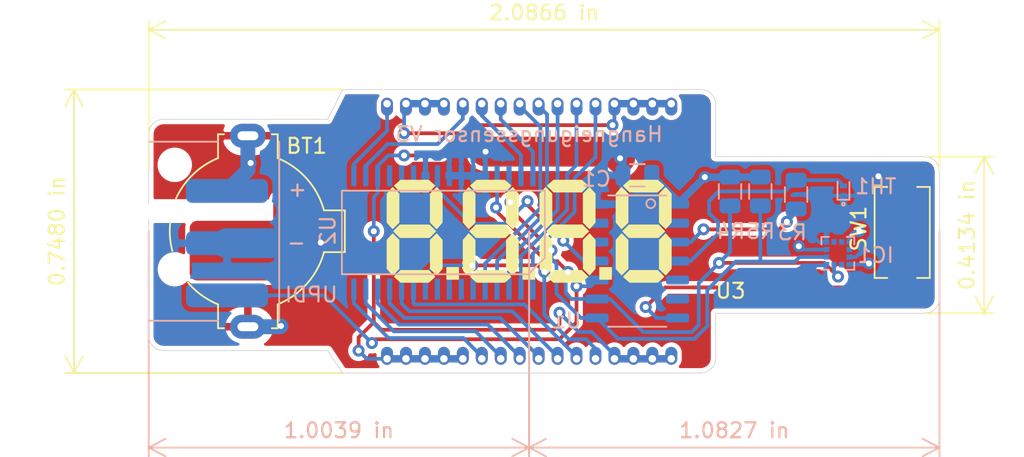
<source format=kicad_pcb>
(kicad_pcb (version 20171130) (host pcbnew "(5.1.4)-1")

  (general
    (thickness 1.6)
    (drawings 26)
    (tracks 286)
    (zones 0)
    (modules 11)
    (nets 27)
  )

  (page A4)
  (layers
    (0 F.Cu signal hide)
    (31 B.Cu signal hide)
    (32 B.Adhes user hide)
    (33 F.Adhes user hide)
    (34 B.Paste user)
    (35 F.Paste user)
    (36 B.SilkS user)
    (37 F.SilkS user)
    (38 B.Mask user)
    (39 F.Mask user)
    (40 Dwgs.User user)
    (41 Cmts.User user hide)
    (42 Eco1.User user hide)
    (43 Eco2.User user hide)
    (44 Edge.Cuts user)
    (45 Margin user hide)
    (46 B.CrtYd user hide)
    (47 F.CrtYd user hide)
    (48 B.Fab user)
    (49 F.Fab user)
  )

  (setup
    (last_trace_width 0.25)
    (user_trace_width 0.25)
    (user_trace_width 0.5)
    (user_trace_width 1)
    (user_trace_width 2)
    (trace_clearance 0.2)
    (zone_clearance 0.3)
    (zone_45_only no)
    (trace_min 0.2)
    (via_size 0.8)
    (via_drill 0.4)
    (via_min_size 0.4)
    (via_min_drill 0.3)
    (user_via 0.8 0.4)
    (uvia_size 0.3)
    (uvia_drill 0.1)
    (uvias_allowed no)
    (uvia_min_size 0.2)
    (uvia_min_drill 0.1)
    (edge_width 0.05)
    (segment_width 0.2)
    (pcb_text_width 0.3)
    (pcb_text_size 1.5 1.5)
    (mod_edge_width 0.12)
    (mod_text_size 1 1)
    (mod_text_width 0.15)
    (pad_size 1.524 1.524)
    (pad_drill 0.762)
    (pad_to_mask_clearance 0.051)
    (solder_mask_min_width 0.25)
    (aux_axis_origin 130.5 106.5)
    (grid_origin 130.5 106.5)
    (visible_elements 7FFFFEFF)
    (pcbplotparams
      (layerselection 0x010fc_ffffffff)
      (usegerberextensions false)
      (usegerberattributes false)
      (usegerberadvancedattributes false)
      (creategerberjobfile false)
      (excludeedgelayer true)
      (linewidth 0.100000)
      (plotframeref false)
      (viasonmask false)
      (mode 1)
      (useauxorigin false)
      (hpglpennumber 1)
      (hpglpenspeed 20)
      (hpglpendiameter 15.000000)
      (psnegative false)
      (psa4output false)
      (plotreference true)
      (plotvalue true)
      (plotinvisibletext false)
      (padsonsilk false)
      (subtractmaskfromsilk false)
      (outputformat 1)
      (mirror false)
      (drillshape 0)
      (scaleselection 1)
      (outputdirectory ""))
  )

  (net 0 "")
  (net 1 +4V)
  (net 2 GND)
  (net 3 SDA)
  (net 4 SCL)
  (net 5 "Net-(SW1-Pad2)")
  (net 6 G3)
  (net 7 COM)
  (net 8 G2)
  (net 9 F2)
  (net 10 E2)
  (net 11 D2)
  (net 12 C2)
  (net 13 B2)
  (net 14 A2)
  (net 15 DP)
  (net 16 G1)
  (net 17 F3)
  (net 18 E3)
  (net 19 D3)
  (net 20 A3)
  (net 21 C3)
  (net 22 B3)
  (net 23 "Net-(R3-Pad2)")
  (net 24 "Net-(R3-Pad1)")
  (net 25 "Net-(U1-Pad11)")
  (net 26 RESET)

  (net_class Default "Dies ist die voreingestellte Netzklasse."
    (clearance 0.2)
    (trace_width 0.25)
    (via_dia 0.8)
    (via_drill 0.4)
    (uvia_dia 0.3)
    (uvia_drill 0.1)
    (add_net A2)
    (add_net A3)
    (add_net B2)
    (add_net B3)
    (add_net C2)
    (add_net C3)
    (add_net COM)
    (add_net D2)
    (add_net D3)
    (add_net DP)
    (add_net E2)
    (add_net E3)
    (add_net F2)
    (add_net F3)
    (add_net G1)
    (add_net G2)
    (add_net G3)
    (add_net "Net-(R3-Pad1)")
    (add_net "Net-(R3-Pad2)")
    (add_net "Net-(SW1-Pad2)")
    (add_net "Net-(U1-Pad11)")
    (add_net RESET)
    (add_net SCL)
    (add_net SDA)
  )

  (net_class Pwr ""
    (clearance 0.2)
    (trace_width 1)
    (via_dia 0.8)
    (via_drill 0.4)
    (uvia_dia 0.3)
    (uvia_drill 0.1)
    (add_net +4V)
    (add_net GND)
  )

  (module 1My_Library:Widerstand-0805 (layer B.Cu) (tedit 61C20FEE) (tstamp 61F9BFC3)
    (at 145.994 103.836 270)
    (descr "Resistor SMD 0805 (2012 Metric)")
    (tags resistor)
    (path /61BB7B8D)
    (attr smd)
    (fp_text reference R5 (at 2.664 -0.006) (layer B.SilkS)
      (effects (font (size 1 1) (thickness 0.15)) (justify mirror))
    )
    (fp_text value 4k7 (at 5.164 -0.006 90) (layer B.Fab)
      (effects (font (size 1 1) (thickness 0.15)) (justify mirror))
    )
    (fp_line (start -1.75 1) (end -1.75 -1) (layer B.CrtYd) (width 0.05))
    (fp_line (start 1.75 1) (end -1.75 1) (layer B.CrtYd) (width 0.05))
    (fp_line (start 1.75 -1) (end 1.75 1) (layer B.CrtYd) (width 0.05))
    (fp_line (start -1.75 -1) (end 1.75 -1) (layer B.CrtYd) (width 0.05))
    (fp_line (start -0.5 -0.75) (end 0.5 -0.75) (layer B.SilkS) (width 0.12))
    (fp_line (start -0.5 0.75) (end 0.5 0.75) (layer B.SilkS) (width 0.12))
    (fp_line (start 1 -0.625) (end -1 -0.625) (layer B.Fab) (width 0.1))
    (fp_line (start 1 0.625) (end 1 -0.625) (layer B.Fab) (width 0.1))
    (fp_line (start -1 0.625) (end 1 0.625) (layer B.Fab) (width 0.1))
    (fp_line (start -1 -0.625) (end -1 0.625) (layer B.Fab) (width 0.1))
    (pad 2 smd roundrect (at 0.9652 0 270) (size 1 1.4) (layers B.Cu B.Paste B.Mask) (roundrect_rratio 0.25)
      (net 3 SDA))
    (pad 1 smd roundrect (at -0.9652 0 270) (size 1 1.4) (layers B.Cu B.Paste B.Mask) (roundrect_rratio 0.25)
      (net 1 +4V))
    (model ${KISYS3DMOD}/Resistor_SMD.3dshapes/R_0805_2012Metric.wrl
      (at (xyz 0 0 0))
      (scale (xyz 1 1 1))
      (rotate (xyz 0 0 0))
    )
  )

  (module 1My_Library:LCD_4x7 (layer F.Cu) (tedit 61F98FBF) (tstamp 61F9BA4E)
    (at 130.5 106.5)
    (path /61FA43C8)
    (fp_text reference U3 (at 13.5 4 180) (layer F.SilkS)
      (effects (font (size 1 1) (thickness 0.15)))
    )
    (fp_text value LCD-DE117 (at 0 -6.25) (layer F.Fab)
      (effects (font (size 1 1) (thickness 0.15)))
    )
    (fp_line (start -12.1 -9) (end -12.1 9) (layer F.CrtYd) (width 0.12))
    (fp_line (start 12.1 -9) (end -12.1 -9) (layer F.CrtYd) (width 0.12))
    (fp_line (start 12.1 9) (end 12.1 -9) (layer F.CrtYd) (width 0.12))
    (fp_line (start -12.1 9) (end 12.1 9) (layer F.CrtYd) (width 0.12))
    (fp_poly (pts (xy 6.7 0.4) (xy 6.3 0) (xy 6.7 -0.4) (xy 8.65 -0.4)
      (xy 9.05 0) (xy 8.65 0.4)) (layer F.SilkS) (width 0.1))
    (fp_poly (pts (xy 5.85 -2.5) (xy 6.2 -2.9) (xy 6.6 -2.5) (xy 6.6 -0.6)
      (xy 6.2 -0.2) (xy 5.85 -0.6)) (layer F.SilkS) (width 0.1))
    (fp_poly (pts (xy 9.5 -2.5) (xy 9.15 -2.9) (xy 8.75 -2.5) (xy 8.75 -0.6)
      (xy 9.15 -0.2) (xy 9.5 -0.6)) (layer F.SilkS) (width 0.1))
    (fp_poly (pts (xy 6.75 -3.4) (xy 6.35 -3.05) (xy 6.75 -2.65) (xy 8.6 -2.65)
      (xy 9 -3.05) (xy 8.6 -3.4)) (layer F.SilkS) (width 0.1))
    (fp_poly (pts (xy 9.5 2.5) (xy 9.15 2.9) (xy 8.75 2.5) (xy 8.75 0.6)
      (xy 9.15 0.2) (xy 9.5 0.6)) (layer F.SilkS) (width 0.1))
    (fp_poly (pts (xy 5.85 2.5) (xy 6.2 2.9) (xy 6.6 2.5) (xy 6.6 0.6)
      (xy 6.2 0.2) (xy 5.85 0.6)) (layer F.SilkS) (width 0.1))
    (fp_poly (pts (xy 8.6 3.4) (xy 9 3.05) (xy 8.6 2.65) (xy 6.75 2.65)
      (xy 6.35 3.05) (xy 6.75 3.4)) (layer F.SilkS) (width 0.1))
    (fp_poly (pts (xy 1.65 -3.4) (xy 1.25 -3.05) (xy 1.65 -2.65) (xy 3.5 -2.65)
      (xy 3.9 -3.05) (xy 3.5 -3.4)) (layer F.SilkS) (width 0.1))
    (fp_poly (pts (xy 4.4 -2.5) (xy 4.05 -2.9) (xy 3.65 -2.5) (xy 3.65 -0.6)
      (xy 4.05 -0.2) (xy 4.4 -0.6)) (layer F.SilkS) (width 0.1))
    (fp_poly (pts (xy 0.75 -2.5) (xy 1.1 -2.9) (xy 1.5 -2.5) (xy 1.5 -0.6)
      (xy 1.1 -0.2) (xy 0.75 -0.6)) (layer F.SilkS) (width 0.1))
    (fp_poly (pts (xy 1.6 0.4) (xy 1.2 0) (xy 1.6 -0.4) (xy 3.55 -0.4)
      (xy 3.95 0) (xy 3.55 0.4)) (layer F.SilkS) (width 0.1))
    (fp_poly (pts (xy 4.4 2.5) (xy 4.05 2.9) (xy 3.65 2.5) (xy 3.65 0.6)
      (xy 4.05 0.2) (xy 4.4 0.6)) (layer F.SilkS) (width 0.1))
    (fp_poly (pts (xy 0.75 2.5) (xy 1.1 2.9) (xy 1.5 2.5) (xy 1.5 0.6)
      (xy 1.1 0.2) (xy 0.75 0.6)) (layer F.SilkS) (width 0.1))
    (fp_poly (pts (xy 3.5 3.4) (xy 3.9 3.05) (xy 3.5 2.65) (xy 1.65 2.65)
      (xy 1.25 3.05) (xy 1.65 3.4)) (layer F.SilkS) (width 0.1))
    (fp_poly (pts (xy -3.5 -3.4) (xy -3.9 -3.05) (xy -3.5 -2.65) (xy -1.65 -2.65)
      (xy -1.25 -3.05) (xy -1.65 -3.4)) (layer F.SilkS) (width 0.1))
    (fp_poly (pts (xy -0.75 -2.5) (xy -1.1 -2.9) (xy -1.5 -2.5) (xy -1.5 -0.6)
      (xy -1.1 -0.2) (xy -0.75 -0.6)) (layer F.SilkS) (width 0.1))
    (fp_poly (pts (xy -4.4 -2.5) (xy -4.05 -2.9) (xy -3.65 -2.5) (xy -3.65 -0.6)
      (xy -4.05 -0.2) (xy -4.4 -0.6)) (layer F.SilkS) (width 0.1))
    (fp_poly (pts (xy -3.55 0.4) (xy -3.95 0) (xy -3.55 -0.4) (xy -1.6 -0.4)
      (xy -1.2 0) (xy -1.6 0.4)) (layer F.SilkS) (width 0.1))
    (fp_poly (pts (xy -0.75 2.5) (xy -1.1 2.9) (xy -1.5 2.5) (xy -1.5 0.6)
      (xy -1.1 0.2) (xy -0.75 0.6)) (layer F.SilkS) (width 0.1))
    (fp_poly (pts (xy -4.4 2.5) (xy -4.05 2.9) (xy -3.65 2.5) (xy -3.65 0.6)
      (xy -4.05 0.2) (xy -4.4 0.6)) (layer F.SilkS) (width 0.1))
    (fp_poly (pts (xy -1.65 3.4) (xy -1.25 3.05) (xy -1.65 2.65) (xy -3.5 2.65)
      (xy -3.9 3.05) (xy -3.5 3.4)) (layer F.SilkS) (width 0.1))
    (fp_poly (pts (xy -6.75 3.4) (xy -6.35 3.05) (xy -6.75 2.65) (xy -8.6 2.65)
      (xy -9 3.05) (xy -8.6 3.4)) (layer F.SilkS) (width 0.1))
    (fp_poly (pts (xy -9.5 2.5) (xy -9.15 2.9) (xy -8.75 2.5) (xy -8.75 0.6)
      (xy -9.15 0.2) (xy -9.5 0.6)) (layer F.SilkS) (width 0.1))
    (fp_poly (pts (xy -5.85 2.5) (xy -6.2 2.9) (xy -6.6 2.5) (xy -6.6 0.6)
      (xy -6.2 0.2) (xy -5.85 0.6)) (layer F.SilkS) (width 0.1))
    (fp_poly (pts (xy 5.5 2.45) (xy 4.75 2.45) (xy 4.75 3.2) (xy 5.5 3.2)) (layer F.SilkS) (width 0.1))
    (fp_poly (pts (xy 0.35 2.45) (xy -0.4 2.45) (xy -0.4 3.2) (xy 0.35 3.2)) (layer F.SilkS) (width 0.1))
    (fp_poly (pts (xy -4.75 2.45) (xy -5.5 2.45) (xy -5.5 3.2) (xy -4.75 3.2)) (layer F.SilkS) (width 0.1))
    (fp_poly (pts (xy -8.65 0.4) (xy -9.05 0) (xy -8.65 -0.4) (xy -6.7 -0.4)
      (xy -6.3 0) (xy -6.7 0.4)) (layer F.SilkS) (width 0.1))
    (fp_poly (pts (xy -5.85 -2.5) (xy -6.2 -2.9) (xy -6.6 -2.5) (xy -6.6 -0.6)
      (xy -6.2 -0.2) (xy -5.85 -0.6)) (layer F.SilkS) (width 0.1))
    (fp_poly (pts (xy -8.6 -3.4) (xy -9 -3.05) (xy -8.6 -2.65) (xy -6.75 -2.65)
      (xy -6.35 -3.05) (xy -6.75 -3.4)) (layer F.SilkS) (width 0.1))
    (fp_poly (pts (xy -9.5 -2.5) (xy -9.15 -2.9) (xy -8.75 -2.5) (xy -8.75 -0.6)
      (xy -9.15 -0.2) (xy -9.5 -0.6)) (layer F.SilkS) (width 0.1))
    (fp_line (start -10.75 -4.7) (end -10.75 4.7) (layer Dwgs.User) (width 0.12))
    (fp_line (start 10.75 -4.7) (end -10.75 -4.7) (layer Dwgs.User) (width 0.12))
    (fp_line (start 10.75 4.7) (end 10.75 -4.7) (layer Dwgs.User) (width 0.12))
    (fp_line (start -10.75 4.7) (end 10.75 4.7) (layer Dwgs.User) (width 0.12))
    (fp_line (start -11.95 -8.4) (end -11.95 8.4) (layer F.Fab) (width 0.12))
    (fp_line (start 11.95 -8.4) (end -11.95 -8.4) (layer F.Fab) (width 0.12))
    (fp_line (start 11.95 8.4) (end 11.95 -8.4) (layer F.Fab) (width 0.12))
    (fp_line (start -11.95 8.4) (end 11.95 8.4) (layer F.Fab) (width 0.12))
    (pad 32 thru_hole oval (at -9.525 -8.55 180) (size 0.8 1.2) (drill 0.5 (offset 0 -0.2)) (layers *.Cu *.Mask)
      (net 16 G1))
    (pad 31 thru_hole oval (at -8.255 -8.55 180) (size 0.8 1.2) (drill 0.5 (offset 0 -0.2)) (layers *.Cu *.Mask)
      (net 7 COM))
    (pad 30 thru_hole oval (at -6.985 -8.55 180) (size 0.8 1.2) (drill 0.5 (offset 0 -0.2)) (layers *.Cu *.Mask)
      (net 7 COM))
    (pad 29 thru_hole oval (at -5.715 -8.55 180) (size 0.8 1.2) (drill 0.5 (offset 0 -0.2)) (layers *.Cu *.Mask)
      (net 7 COM))
    (pad 28 thru_hole oval (at -4.445 -8.55 180) (size 0.8 1.2) (drill 0.5 (offset 0 -0.2)) (layers *.Cu *.Mask)
      (net 8 G2))
    (pad 27 thru_hole oval (at -3.175 -8.55 180) (size 0.8 1.2) (drill 0.5 (offset 0 -0.2)) (layers *.Cu *.Mask)
      (net 9 F2))
    (pad 26 thru_hole oval (at -1.905 -8.55 180) (size 0.8 1.2) (drill 0.5 (offset 0 -0.2)) (layers *.Cu *.Mask)
      (net 14 A2))
    (pad 25 thru_hole oval (at -0.635 -8.55 180) (size 0.8 1.2) (drill 0.5 (offset 0 -0.2)) (layers *.Cu *.Mask)
      (net 13 B2))
    (pad 24 thru_hole oval (at 0.635 -8.55 180) (size 0.8 1.2) (drill 0.5 (offset 0 -0.2)) (layers *.Cu *.Mask)
      (net 6 G3))
    (pad 23 thru_hole oval (at 1.905 -8.55 180) (size 0.8 1.2) (drill 0.5 (offset 0 -0.2)) (layers *.Cu *.Mask)
      (net 17 F3))
    (pad 22 thru_hole oval (at 3.175 -8.55 180) (size 0.8 1.2) (drill 0.5 (offset 0 -0.2)) (layers *.Cu *.Mask)
      (net 20 A3))
    (pad 21 thru_hole oval (at 4.445 -8.55 180) (size 0.8 1.2) (drill 0.5 (offset 0 -0.2)) (layers *.Cu *.Mask)
      (net 22 B3))
    (pad 20 thru_hole oval (at 5.715 -8.55 180) (size 0.8 1.2) (drill 0.5 (offset 0 -0.2)) (layers *.Cu *.Mask)
      (net 7 COM))
    (pad 19 thru_hole oval (at 6.985 -8.55 180) (size 0.8 1.2) (drill 0.5 (offset 0 -0.2)) (layers *.Cu *.Mask)
      (net 7 COM))
    (pad 18 thru_hole oval (at 8.255 -8.55 180) (size 0.8 1.2) (drill 0.5 (offset 0 -0.2)) (layers *.Cu *.Mask)
      (net 7 COM))
    (pad 17 thru_hole oval (at 9.525 -8.55 180) (size 0.8 1.2) (drill 0.5 (offset 0 -0.2)) (layers *.Cu *.Mask)
      (net 7 COM))
    (pad 16 thru_hole oval (at 9.525 8.55) (size 0.8 1.2) (drill 0.5 (offset 0 -0.2)) (layers *.Cu *.Mask)
      (net 7 COM))
    (pad 15 thru_hole oval (at 8.255 8.55) (size 0.8 1.2) (drill 0.5 (offset 0 -0.2)) (layers *.Cu *.Mask)
      (net 7 COM))
    (pad 14 thru_hole oval (at 6.985 8.55) (size 0.8 1.2) (drill 0.5 (offset 0 -0.2)) (layers *.Cu *.Mask)
      (net 7 COM))
    (pad 13 thru_hole oval (at 5.715 8.55) (size 0.8 1.2) (drill 0.5 (offset 0 -0.2)) (layers *.Cu *.Mask)
      (net 7 COM))
    (pad 12 thru_hole oval (at 4.445 8.55) (size 0.8 1.2) (drill 0.5 (offset 0 -0.2)) (layers *.Cu *.Mask)
      (net 21 C3))
    (pad 11 thru_hole oval (at 3.175 8.55) (size 0.8 1.2) (drill 0.5 (offset 0 -0.2)) (layers *.Cu *.Mask)
      (net 19 D3))
    (pad 10 thru_hole oval (at 1.905 8.55) (size 0.8 1.2) (drill 0.5 (offset 0 -0.2)) (layers *.Cu *.Mask)
      (net 18 E3))
    (pad 9 thru_hole oval (at 0.635 8.55) (size 0.8 1.2) (drill 0.5 (offset 0 -0.2)) (layers *.Cu *.Mask)
      (net 15 DP))
    (pad 8 thru_hole oval (at -0.635 8.55) (size 0.8 1.2) (drill 0.5 (offset 0 -0.2)) (layers *.Cu *.Mask)
      (net 12 C2))
    (pad 7 thru_hole oval (at -1.905 8.55) (size 0.8 1.2) (drill 0.5 (offset 0 -0.2)) (layers *.Cu *.Mask)
      (net 11 D2))
    (pad 6 thru_hole oval (at -3.175 8.55) (size 0.8 1.2) (drill 0.5 (offset 0 -0.2)) (layers *.Cu *.Mask)
      (net 10 E2))
    (pad 5 thru_hole oval (at -4.445 8.55) (size 0.8 1.2) (drill 0.5 (offset 0 -0.2)) (layers *.Cu *.Mask)
      (net 7 COM))
    (pad 4 thru_hole oval (at -5.715 8.55) (size 0.8 1.2) (drill 0.5 (offset 0 -0.2)) (layers *.Cu *.Mask)
      (net 7 COM))
    (pad 3 thru_hole oval (at -6.985 8.55) (size 0.8 1.2) (drill 0.5 (offset 0 -0.2)) (layers *.Cu *.Mask)
      (net 7 COM))
    (pad 2 thru_hole oval (at -8.255 8.55) (size 0.8 1.2) (drill 0.5 (offset 0 -0.2)) (layers *.Cu *.Mask)
      (net 7 COM))
    (pad 1 thru_hole oval (at -9.525 8.55) (size 0.8 1.2) (drill 0.5 (offset 0 -0.2)) (layers *.Cu *.Mask)
      (net 7 COM))
    (model "${KICAD_USER_TEMPLATE_DIR}/1My_Library.pretty/LCD-DE117 v1.step"
      (at (xyz 0 0 0))
      (scale (xyz 1 1 1))
      (rotate (xyz 0 0 -90))
    )
  )

  (module 1My_Library:CR12xx+3Pin_Con (layer F.Cu) (tedit 61F706D6) (tstamp 61D33A28)
    (at 111.648 106.5 270)
    (path /61D36F79)
    (fp_text reference BT1 (at -5.715 -3.937) (layer F.SilkS)
      (effects (font (size 1 1) (thickness 0.15)))
    )
    (fp_text value CR1625 (at 1.5 -0.352) (layer F.Fab)
      (effects (font (size 1 1) (thickness 0.15)))
    )
    (fp_text user UPDI (at 4.25 -4.25) (layer B.SilkS)
      (effects (font (size 1 1) (thickness 0.15)) (justify mirror))
    )
    (fp_text user - (at 0.75 -3.25) (layer B.SilkS)
      (effects (font (size 1 1) (thickness 0.15)))
    )
    (fp_text user + (at -2.75 -3.25 90) (layer B.SilkS)
      (effects (font (size 1 1) (thickness 0.15)))
    )
    (fp_arc (start 0 0) (end -0.599999 5.199999) (angle -21.15616085) (layer F.SilkS) (width 0.12))
    (fp_arc (start 0 0) (end -4.899998 1.999998) (angle -43.17296261) (layer F.SilkS) (width 0.12))
    (fp_arc (start 0.039522 0.016131) (end 3.439521 4.01613) (angle -27.43198489) (layer F.SilkS) (width 0.12))
    (fp_line (start 1.4 -6.5) (end 1.4 -5.1) (layer F.SilkS) (width 0.12))
    (fp_line (start 1.4 -6.5) (end -1.4 -6.5) (layer F.SilkS) (width 0.12))
    (fp_line (start -1.4 -6.5) (end -1.4 -5.1) (layer F.SilkS) (width 0.12))
    (fp_line (start 6.5 2) (end 4.9 2) (layer F.SilkS) (width 0.12))
    (fp_line (start 6.5 -2) (end 4.9 -2) (layer F.SilkS) (width 0.12))
    (fp_line (start -4.9 -2) (end -6.5 -2) (layer F.SilkS) (width 0.12))
    (fp_line (start -6.5 2) (end -4.9 2) (layer F.SilkS) (width 0.12))
    (fp_arc (start 0 0) (end 4.899999 -1.999999) (angle -52.44638498) (layer F.SilkS) (width 0.12))
    (fp_arc (start 0 0) (end -1.399999 -5.099999) (angle -52.44638498) (layer F.SilkS) (width 0.12))
    (fp_line (start -6.5 -2) (end -6.5 -1.6) (layer F.SilkS) (width 0.12))
    (fp_line (start -6.5 2) (end -6.5 1.6) (layer F.SilkS) (width 0.12))
    (fp_line (start 6.5 2) (end 6.5 1.6) (layer F.SilkS) (width 0.12))
    (fp_line (start 6.5 -2) (end 6.5 -1.6) (layer F.SilkS) (width 0.12))
    (fp_circle (center 0 0) (end 6 0) (layer Dwgs.User) (width 0.12))
    (fp_line (start 7.1 -2.1) (end 7.1 2.1) (layer F.CrtYd) (width 0.12))
    (fp_line (start 7.1 2.1) (end 6 2.1) (layer F.CrtYd) (width 0.12))
    (fp_line (start 7.1 -2.1) (end 5.9 -2.1) (layer F.CrtYd) (width 0.12))
    (fp_line (start -7.1 -2.1) (end -7.1 2.1) (layer F.CrtYd) (width 0.12))
    (fp_line (start -7.1 2.1) (end -6 2.1) (layer F.CrtYd) (width 0.12))
    (fp_line (start -7.1 -2.1) (end -5.9 -2.1) (layer F.CrtYd) (width 0.12))
    (fp_arc (start 0 0) (end 5.899999 -2.099999) (angle -55.47630093) (layer F.CrtYd) (width 0.12))
    (fp_arc (start 0 0) (end -1.613634 -6.051127) (angle -55.47629327) (layer F.CrtYd) (width 0.12))
    (fp_line (start -1.613634 -6.051127) (end -1.613634 -6.6) (layer F.CrtYd) (width 0.12))
    (fp_line (start -1.613634 -6.6) (end 1.6 -6.6) (layer F.CrtYd) (width 0.12))
    (fp_line (start 1.6 -6.6) (end 1.6 -6.051129) (layer F.CrtYd) (width 0.12))
    (fp_line (start 6 22.9) (end 6 2.1) (layer F.CrtYd) (width 0.12))
    (fp_line (start 6 6.6) (end 6 2) (layer B.SilkS) (width 0.12))
    (fp_line (start -6 22.9) (end 6 22.9) (layer F.CrtYd) (width 0.12))
    (fp_line (start -6 2) (end -6 6.6) (layer B.SilkS) (width 0.12))
    (fp_line (start -6 2.1) (end -6 22.9) (layer F.CrtYd) (width 0.12))
    (fp_line (start 6 -2.1) (end -6 -2.1) (layer B.SilkS) (width 0.12))
    (fp_line (start -6 22.9) (end 6 22.9) (layer B.CrtYd) (width 0.12))
    (fp_line (start -6 22.9) (end -6 -2.1) (layer B.CrtYd) (width 0.12))
    (fp_line (start -6 -2.1) (end 6 -2.1) (layer B.CrtYd) (width 0.12))
    (fp_line (start 6 -2.1) (end 6 22.9) (layer B.CrtYd) (width 0.12))
    (fp_line (start -6 6.6) (end 6 6.6) (layer Dwgs.User) (width 0.12))
    (pad 2 connect custom (at 0 0 270) (size 0.1 0.1) (layers F.Cu F.Mask)
      (net 2 GND) (zone_connect 0)
      (options (clearance outline) (anchor circle))
      (primitives
        (gr_poly (pts
           (xy -0.2 3.4) (xy 2.8 3.4) (xy 2.8 -4) (xy -2 -4) (xy -2 -2.2)
           (xy -0.2 -2.2)) (width 1))
      ))
    (pad 1 thru_hole oval (at -6.4 0 270) (size 1.6 2.4) (drill oval 0.6 1.4) (layers *.Cu *.Mask)
      (net 1 +4V))
    (pad 1 thru_hole oval (at 6.4 0 270) (size 1.6 2.4) (drill oval 0.6 1.4) (layers *.Cu *.Mask)
      (net 1 +4V))
    (pad "" np_thru_hole oval (at -1.35 2.9 270) (size 1 9) (drill oval 1 9) (layers *.Cu *.Mask))
    (pad "" np_thru_hole circle (at 2.55 4.9 270) (size 1.7 1.7) (drill 1.7) (layers *.Cu *.Mask))
    (pad "" np_thru_hole circle (at -4.45 4.9 270) (size 1.7 1.7) (drill 1.7) (layers *.Cu *.Mask))
    (pad 3 connect roundrect (at 4.3 1.4 270) (size 1.6 5.5) (layers B.Cu B.Mask) (roundrect_rratio 0.25)
      (net 26 RESET))
    (pad 2 connect roundrect (at 0.8 1.4 270) (size 1.6 5.5) (layers B.Cu B.Mask) (roundrect_rratio 0.25)
      (net 2 GND))
    (pad 1 connect roundrect (at -2.7 1.4 270) (size 1.6 5.5) (layers B.Cu B.Mask) (roundrect_rratio 0.25)
      (net 1 +4V))
    (model ${KICAD_USER_TEMPLATE_DIR}/1My_Library.pretty/CR12xx.step
      (offset (xyz 0 0 0.5))
      (scale (xyz 1 1 1))
      (rotate (xyz 0 0 0))
    )
    (model ${KICAD_USER_TEMPLATE_DIR}/1My_Library.pretty/ZEC-1-0-3-ST-3-5.step
      (offset (xyz 0.9 -6.7 0))
      (scale (xyz 1 1 1))
      (rotate (xyz 0 0 0))
    )
  )

  (module 1My_Library:SSOP-A32 (layer B.Cu) (tedit 61C220CF) (tstamp 61C2C094)
    (at 124.75 106.582 180)
    (path /61C5113C)
    (attr smd)
    (fp_text reference U2 (at 7.747 0.127 90) (layer B.SilkS)
      (effects (font (size 1 1) (thickness 0.15)) (justify mirror))
    )
    (fp_text value BU91796 (at 0 0.127) (layer B.Fab)
      (effects (font (size 1 1) (thickness 0.15)) (justify mirror))
    )
    (fp_line (start -6.8 -2.8) (end 6.8 -2.8) (layer B.Fab) (width 0.12))
    (fp_line (start -6.8 2.8) (end -6.8 -2.8) (layer B.Fab) (width 0.12))
    (fp_line (start 6.8 2.8) (end -6.8 2.8) (layer B.Fab) (width 0.12))
    (fp_line (start 6.8 -2.8) (end 6.8 2.8) (layer B.Fab) (width 0.12))
    (fp_line (start -7.1 -4.7) (end -7.1 4.7) (layer B.CrtYd) (width 0.05))
    (fp_line (start 7.1 -4.7) (end -7.1 -4.7) (layer B.CrtYd) (width 0.05))
    (fp_line (start 7.1 4.7) (end 7.1 -4.7) (layer B.CrtYd) (width 0.05))
    (fp_line (start -7.1 4.7) (end 7.1 4.7) (layer B.CrtYd) (width 0.05))
    (fp_line (start 6.8 -2.8) (end -5.7 -2.8) (layer B.SilkS) (width 0.12))
    (fp_line (start 6.8 2.8) (end 6.8 -2.8) (layer B.SilkS) (width 0.12))
    (fp_line (start -6.8 2.8) (end 6.8 2.8) (layer B.SilkS) (width 0.12))
    (fp_line (start -6.8 -1.7) (end -6.8 2.8) (layer B.SilkS) (width 0.12))
    (fp_line (start -5.7 -2.8) (end -6.8 -1.7) (layer B.SilkS) (width 0.12))
    (fp_circle (center -5.7 -1.7) (end -6 -1.7) (layer B.Fab) (width 0.12))
    (pad 16 smd rect (at 6 -3.8 180) (size 0.35 1.4) (layers B.Cu B.Paste B.Mask)
      (net 10 E2))
    (pad 17 smd rect (at 6 3.8 180) (size 0.35 1.4) (layers B.Cu B.Paste B.Mask)
      (net 16 G1))
    (pad 15 smd rect (at 5.2 -3.8 180) (size 0.35 1.4) (layers B.Cu B.Paste B.Mask)
      (net 11 D2))
    (pad 18 smd rect (at 5.2 3.8 180) (size 0.35 1.4) (layers B.Cu B.Paste B.Mask)
      (net 8 G2))
    (pad 14 smd rect (at 4.4 -3.8 180) (size 0.35 1.4) (layers B.Cu B.Paste B.Mask)
      (net 12 C2))
    (pad 19 smd rect (at 4.4 3.8 180) (size 0.35 1.4) (layers B.Cu B.Paste B.Mask)
      (net 7 COM))
    (pad 13 smd rect (at 3.6 -3.8 180) (size 0.35 1.4) (layers B.Cu B.Paste B.Mask)
      (net 15 DP))
    (pad 20 smd rect (at 3.6 3.8 180) (size 0.35 1.4) (layers B.Cu B.Paste B.Mask))
    (pad 12 smd rect (at 2.8 -3.8 180) (size 0.35 1.4) (layers B.Cu B.Paste B.Mask)
      (net 18 E3))
    (pad 21 smd rect (at 2.8 3.8 180) (size 0.35 1.4) (layers B.Cu B.Paste B.Mask))
    (pad 11 smd rect (at 2 -3.8 180) (size 0.35 1.4) (layers B.Cu B.Paste B.Mask)
      (net 19 D3))
    (pad 22 smd rect (at 2 3.8 180) (size 0.35 1.4) (layers B.Cu B.Paste B.Mask))
    (pad 10 smd rect (at 1.2 -3.8 180) (size 0.35 1.4) (layers B.Cu B.Paste B.Mask)
      (net 21 C3))
    (pad 23 smd rect (at 1.2 3.8 180) (size 0.35 1.4) (layers B.Cu B.Paste B.Mask)
      (net 2 GND))
    (pad 9 smd rect (at 0.4 -3.8 180) (size 0.35 1.4) (layers B.Cu B.Paste B.Mask))
    (pad 24 smd rect (at 0.4 3.8 180) (size 0.35 1.4) (layers B.Cu B.Paste B.Mask)
      (net 25 "Net-(U1-Pad11)"))
    (pad 8 smd rect (at -0.4 -3.8 180) (size 0.35 1.4) (layers B.Cu B.Paste B.Mask))
    (pad 25 smd rect (at -0.4 3.8 180) (size 0.35 1.4) (layers B.Cu B.Paste B.Mask)
      (net 2 GND))
    (pad 7 smd rect (at -1.2 -3.8 180) (size 0.35 1.4) (layers B.Cu B.Paste B.Mask))
    (pad 26 smd rect (at -1.2 3.8 180) (size 0.35 1.4) (layers B.Cu B.Paste B.Mask)
      (net 2 GND))
    (pad 6 smd rect (at -2 -3.8 180) (size 0.35 1.4) (layers B.Cu B.Paste B.Mask))
    (pad 27 smd rect (at -2 3.8 180) (size 0.35 1.4) (layers B.Cu B.Paste B.Mask)
      (net 2 GND))
    (pad 5 smd rect (at -2.8 -3.8 180) (size 0.35 1.4) (layers B.Cu B.Paste B.Mask)
      (net 13 B2))
    (pad 28 smd rect (at -2.8 3.8 180) (size 0.35 1.4) (layers B.Cu B.Paste B.Mask)
      (net 2 GND))
    (pad 4 smd rect (at -3.6 -3.8 180) (size 0.35 1.4) (layers B.Cu B.Paste B.Mask)
      (net 6 G3))
    (pad 29 smd rect (at -3.6 3.8 180) (size 0.35 1.4) (layers B.Cu B.Paste B.Mask)
      (net 4 SCL))
    (pad 3 smd rect (at -4.4 -3.8 180) (size 0.35 1.4) (layers B.Cu B.Paste B.Mask)
      (net 17 F3))
    (pad 30 smd rect (at -4.4 3.8 180) (size 0.35 1.4) (layers B.Cu B.Paste B.Mask)
      (net 3 SDA))
    (pad 2 smd rect (at -5.2 -3.8 180) (size 0.35 1.4) (layers B.Cu B.Paste B.Mask)
      (net 20 A3))
    (pad 31 smd rect (at -5.2 3.8 180) (size 0.35 1.4) (layers B.Cu B.Paste B.Mask)
      (net 9 F2))
    (pad 1 smd rect (at -6 -3.8 180) (size 0.35 1.4) (layers B.Cu B.Paste B.Mask)
      (net 22 B3))
    (pad 32 smd rect (at -6 3.8 180) (size 0.35 1.4) (layers B.Cu B.Paste B.Mask)
      (net 14 A2))
    (model "${KICAD_USER_TEMPLATE_DIR}/1My_Library.pretty/SSOP-A32 v1.step"
      (at (xyz 0 0 0))
      (scale (xyz 1 1 1))
      (rotate (xyz 0 0 -90))
    )
  )

  (module 1My_Library:PTC_TMP64 (layer B.Cu) (tedit 61F6C4F1) (tstamp 61F708C8)
    (at 151.566 103.788 270)
    (descr "PTC Thermistor SOD-523")
    (tags "SOD-523 Thermistor PTC")
    (path /61F92BCF)
    (attr smd)
    (fp_text reference TH1 (at -0.288 -2.159 180) (layer B.SilkS)
      (effects (font (size 1 1) (thickness 0.15)) (justify mirror))
    )
    (fp_text value TMP64 (at 1.212 -2.934) (layer B.Fab)
      (effects (font (size 1 1) (thickness 0.15)) (justify mirror))
    )
    (fp_line (start 0.7 0.5) (end 0.7 -0.5) (layer B.CrtYd) (width 0.05))
    (fp_line (start -0.7 0.5) (end 0.7 0.5) (layer B.CrtYd) (width 0.05))
    (fp_line (start -0.7 -0.5) (end -0.7 0.5) (layer B.CrtYd) (width 0.05))
    (fp_line (start 0.7 -0.5) (end -0.7 -0.5) (layer B.CrtYd) (width 0.05))
    (fp_line (start 0.6 0.4) (end 0.6 -0.4) (layer B.Fab) (width 0.1))
    (fp_line (start -0.6 0.4) (end 0.6 0.4) (layer B.Fab) (width 0.1))
    (fp_line (start -0.6 -0.4) (end -0.6 0.4) (layer B.Fab) (width 0.1))
    (fp_line (start 0.6 -0.4) (end -0.6 -0.4) (layer B.Fab) (width 0.1))
    (fp_line (start 0.6 0.4) (end -0.6 0.4) (layer B.SilkS) (width 0.12))
    (fp_line (start 0.6 -0.4) (end -0.6 -0.4) (layer B.SilkS) (width 0.12))
    (fp_circle (center 0.9 0) (end 1 0) (layer B.SilkS) (width 0.12))
    (fp_line (start 0.6 0.4) (end 0.6 -0.4) (layer B.SilkS) (width 0.12))
    (pad 2 smd roundrect (at 0.325 0 270) (size 0.25 0.5) (layers B.Cu B.Paste B.Mask) (roundrect_rratio 0.2)
      (net 2 GND))
    (pad 1 smd roundrect (at -0.325 0 270) (size 0.325 0.5) (layers B.Cu B.Paste B.Mask) (roundrect_rratio 0.154)
      (net 23 "Net-(R3-Pad2)"))
    (model ${KISYS3DMOD}/Diode_SMD.3dshapes/D_SOD-523.wrl
      (at (xyz 0 0 0))
      (scale (xyz 1 1 1))
      (rotate (xyz 0 0 0))
    )
  )

  (module 1My_Library:Kondensator-0805-0.75 (layer B.Cu) (tedit 61C213C1) (tstamp 61C2B36B)
    (at 137.75 102.75 180)
    (descr "Resistor SMD 0805 (2012 Metric)")
    (tags resistor)
    (path /61BB617E)
    (attr smd)
    (fp_text reference C1 (at 2.75 -0.25) (layer B.SilkS)
      (effects (font (size 1 1) (thickness 0.15)) (justify mirror))
    )
    (fp_text value 100n (at 3.25 1.25) (layer B.Fab)
      (effects (font (size 1 1) (thickness 0.15)) (justify mirror))
    )
    (fp_line (start -1 -0.625) (end -1 0.625) (layer B.Fab) (width 0.1))
    (fp_line (start -1 0.625) (end 1 0.625) (layer B.Fab) (width 0.1))
    (fp_line (start 1 0.625) (end 1 -0.625) (layer B.Fab) (width 0.1))
    (fp_line (start 1 -0.625) (end -1 -0.625) (layer B.Fab) (width 0.1))
    (fp_line (start -0.5 0.75) (end 0.5 0.75) (layer B.SilkS) (width 0.12))
    (fp_line (start -0.5 -0.75) (end 0.5 -0.75) (layer B.SilkS) (width 0.12))
    (fp_line (start -1.75 -1) (end 1.75 -1) (layer B.CrtYd) (width 0.05))
    (fp_line (start 1.75 -1) (end 1.75 1) (layer B.CrtYd) (width 0.05))
    (fp_line (start 1.75 1) (end -1.75 1) (layer B.CrtYd) (width 0.05))
    (fp_line (start -1.75 1) (end -1.75 -1) (layer B.CrtYd) (width 0.05))
    (pad 1 smd roundrect (at -0.9652 0 180) (size 1 1.4) (layers B.Cu B.Paste B.Mask) (roundrect_rratio 0.25)
      (net 1 +4V))
    (pad 2 smd roundrect (at 0.9652 0 180) (size 1 1.4) (layers B.Cu B.Paste B.Mask) (roundrect_rratio 0.25)
      (net 2 GND))
    (model "${KICAD_USER_TEMPLATE_DIR}/1My_Library.pretty/C-0805-0.75 v1.step"
      (at (xyz 0 0 0))
      (scale (xyz 1 1 1))
      (rotate (xyz 0 0 0))
    )
  )

  (module 1My_Library:LGA-12 (layer B.Cu) (tedit 61C2216E) (tstamp 61D353EB)
    (at 151.189 107.9785)
    (descr LGA12)
    (tags "lga land grid array")
    (path /61BBC3B3)
    (attr smd)
    (fp_text reference IC1 (at 2.536 0.1275) (layer B.SilkS)
      (effects (font (size 1 1) (thickness 0.15)) (justify mirror))
    )
    (fp_text value MC3632 (at 0.2754 2.3627) (layer B.Fab)
      (effects (font (size 1 1) (thickness 0.15)) (justify mirror))
    )
    (fp_text user %R (at 0 0) (layer B.Fab)
      (effects (font (size 0.5 0.5) (thickness 0.075)) (justify mirror))
    )
    (fp_line (start 1 1) (end 1 -1) (layer B.Fab) (width 0.1))
    (fp_line (start 1 -1) (end -1 -1) (layer B.Fab) (width 0.1))
    (fp_line (start -1 -1) (end -1 0.5) (layer B.Fab) (width 0.1))
    (fp_line (start -1 0.5) (end -0.5 1) (layer B.Fab) (width 0.1))
    (fp_line (start -0.5 1) (end 1 1) (layer B.Fab) (width 0.1))
    (fp_line (start 0.6 1.1) (end 1.1 1.1) (layer B.SilkS) (width 0.12))
    (fp_line (start 1.1 1.1) (end 1.1 0.6) (layer B.SilkS) (width 0.12))
    (fp_line (start 1.1 0.6) (end 1.1 0.6) (layer B.SilkS) (width 0.12))
    (fp_line (start 1.1 -0.6) (end 1.1 -1.1) (layer B.SilkS) (width 0.12))
    (fp_line (start 1.1 -1.1) (end 0.6 -1.1) (layer B.SilkS) (width 0.12))
    (fp_line (start 0.6 -1.1) (end 0.6 -1.1) (layer B.SilkS) (width 0.12))
    (fp_line (start -0.6 -1.1) (end -1.1 -1.1) (layer B.SilkS) (width 0.12))
    (fp_line (start -1.1 -1.1) (end -1.1 -0.6) (layer B.SilkS) (width 0.12))
    (fp_line (start -1.1 -0.6) (end -1.1 -0.6) (layer B.SilkS) (width 0.12))
    (fp_line (start -0.6 1.1) (end -1.1 1.1) (layer B.SilkS) (width 0.12))
    (fp_line (start -1.1 1.1) (end -1.1 1.1) (layer B.SilkS) (width 0.12))
    (fp_line (start 1.25 1.25) (end 1.25 -1.25) (layer B.CrtYd) (width 0.05))
    (fp_line (start 1.25 -1.25) (end -1.25 -1.25) (layer B.CrtYd) (width 0.05))
    (fp_line (start -1.25 -1.25) (end -1.25 1.25) (layer B.CrtYd) (width 0.05))
    (fp_line (start -1.25 1.25) (end 1.25 1.25) (layer B.CrtYd) (width 0.05))
    (pad 2 smd rect (at -0.7625 0.25) (size 0.375 0.35) (layers B.Cu B.Paste B.Mask)
      (net 3 SDA))
    (pad 3 smd rect (at -0.7625 -0.25) (size 0.375 0.35) (layers B.Cu B.Paste B.Mask)
      (net 1 +4V))
    (pad 9 smd rect (at 0.7625 0.25) (size 0.375 0.35) (layers B.Cu B.Paste B.Mask)
      (net 2 GND))
    (pad 8 smd rect (at 0.7625 -0.25) (size 0.375 0.35) (layers B.Cu B.Paste B.Mask))
    (pad 4 smd rect (at -0.7625 -0.75) (size 0.375 0.35) (layers B.Cu B.Paste B.Mask)
      (net 2 GND))
    (pad 7 smd rect (at 0.7625 -0.75) (size 0.375 0.35) (layers B.Cu B.Paste B.Mask)
      (net 1 +4V))
    (pad 1 smd rect (at -0.7625 0.75) (size 0.375 0.35) (layers B.Cu B.Paste B.Mask)
      (net 2 GND))
    (pad 10 smd rect (at 0.7625 0.75) (size 0.375 0.35) (layers B.Cu B.Paste B.Mask)
      (net 1 +4V))
    (pad 5 smd rect (at -0.25 -0.7625 270) (size 0.375 0.35) (layers B.Cu B.Paste B.Mask))
    (pad 6 smd rect (at 0.25 -0.7625 270) (size 0.375 0.35) (layers B.Cu B.Paste B.Mask))
    (pad 11 smd rect (at 0.25 0.7625 270) (size 0.375 0.35) (layers B.Cu B.Paste B.Mask))
    (pad 12 smd rect (at -0.25 0.7625 270) (size 0.375 0.35) (layers B.Cu B.Paste B.Mask)
      (net 4 SCL))
    (model ${KISYS3DMOD}/Package_LGA.3dshapes/LGA-12_2x2mm_P0.5mm.wrl
      (at (xyz 0 0 0))
      (scale (xyz 1 1 1))
      (rotate (xyz 0 0 0))
    )
  )

  (module 1My_Library:Widerstand-0805 (layer B.Cu) (tedit 61C20FEE) (tstamp 61FA0931)
    (at 148.391 104.042 90)
    (descr "Resistor SMD 0805 (2012 Metric)")
    (tags resistor)
    (path /61D1F654)
    (attr smd)
    (fp_text reference R3 (at -2.54 -0.254 180) (layer B.SilkS)
      (effects (font (size 1 1) (thickness 0.15)) (justify mirror))
    )
    (fp_text value 47k (at -4.763057 -0.574235 90) (layer B.Fab)
      (effects (font (size 1 1) (thickness 0.15)) (justify mirror))
    )
    (fp_line (start -1.75 1) (end -1.75 -1) (layer B.CrtYd) (width 0.05))
    (fp_line (start 1.75 1) (end -1.75 1) (layer B.CrtYd) (width 0.05))
    (fp_line (start 1.75 -1) (end 1.75 1) (layer B.CrtYd) (width 0.05))
    (fp_line (start -1.75 -1) (end 1.75 -1) (layer B.CrtYd) (width 0.05))
    (fp_line (start -0.5 -0.75) (end 0.5 -0.75) (layer B.SilkS) (width 0.12))
    (fp_line (start -0.5 0.75) (end 0.5 0.75) (layer B.SilkS) (width 0.12))
    (fp_line (start 1 -0.625) (end -1 -0.625) (layer B.Fab) (width 0.1))
    (fp_line (start 1 0.625) (end 1 -0.625) (layer B.Fab) (width 0.1))
    (fp_line (start -1 0.625) (end 1 0.625) (layer B.Fab) (width 0.1))
    (fp_line (start -1 -0.625) (end -1 0.625) (layer B.Fab) (width 0.1))
    (pad 2 smd roundrect (at 0.9652 0 90) (size 1 1.4) (layers B.Cu B.Paste B.Mask) (roundrect_rratio 0.25)
      (net 23 "Net-(R3-Pad2)"))
    (pad 1 smd roundrect (at -0.9652 0 90) (size 1 1.4) (layers B.Cu B.Paste B.Mask) (roundrect_rratio 0.25)
      (net 24 "Net-(R3-Pad1)"))
    (model ${KISYS3DMOD}/Resistor_SMD.3dshapes/R_0805_2012Metric.wrl
      (at (xyz 0 0 0))
      (scale (xyz 1 1 1))
      (rotate (xyz 0 0 0))
    )
  )

  (module 1My_Library:Widerstand-0805 (layer B.Cu) (tedit 61C20FEE) (tstamp 61F9BF96)
    (at 143.962 103.836 270)
    (descr "Resistor SMD 0805 (2012 Metric)")
    (tags resistor)
    (path /61BB746C)
    (attr smd)
    (fp_text reference R4 (at 2.664 -0.038 180) (layer B.SilkS)
      (effects (font (size 1 1) (thickness 0.15)) (justify mirror))
    )
    (fp_text value 4k7 (at 5.164 0 90) (layer B.Fab)
      (effects (font (size 1 1) (thickness 0.15)) (justify mirror))
    )
    (fp_line (start -1 -0.625) (end -1 0.625) (layer B.Fab) (width 0.1))
    (fp_line (start -1 0.625) (end 1 0.625) (layer B.Fab) (width 0.1))
    (fp_line (start 1 0.625) (end 1 -0.625) (layer B.Fab) (width 0.1))
    (fp_line (start 1 -0.625) (end -1 -0.625) (layer B.Fab) (width 0.1))
    (fp_line (start -0.5 0.75) (end 0.5 0.75) (layer B.SilkS) (width 0.12))
    (fp_line (start -0.5 -0.75) (end 0.5 -0.75) (layer B.SilkS) (width 0.12))
    (fp_line (start -1.75 -1) (end 1.75 -1) (layer B.CrtYd) (width 0.05))
    (fp_line (start 1.75 -1) (end 1.75 1) (layer B.CrtYd) (width 0.05))
    (fp_line (start 1.75 1) (end -1.75 1) (layer B.CrtYd) (width 0.05))
    (fp_line (start -1.75 1) (end -1.75 -1) (layer B.CrtYd) (width 0.05))
    (pad 1 smd roundrect (at -0.9652 0 270) (size 1 1.4) (layers B.Cu B.Paste B.Mask) (roundrect_rratio 0.25)
      (net 1 +4V))
    (pad 2 smd roundrect (at 0.9652 0 270) (size 1 1.4) (layers B.Cu B.Paste B.Mask) (roundrect_rratio 0.25)
      (net 4 SCL))
    (model ${KISYS3DMOD}/Resistor_SMD.3dshapes/R_0805_2012Metric.wrl
      (at (xyz 0 0 0))
      (scale (xyz 1 1 1))
      (rotate (xyz 0 0 0))
    )
  )

  (module 1My_Library:Taster_SMD (layer F.Cu) (tedit 61C22615) (tstamp 61C2B3FC)
    (at 155.503 106.582 270)
    (descr PTS636_SK25F_SMTR_LFS)
    (tags "PTS636 button switch")
    (path /61BB88EB)
    (attr smd)
    (fp_text reference SW1 (at -0.254 2.921 90) (layer F.SilkS)
      (effects (font (size 1 1) (thickness 0.15)))
    )
    (fp_text value PTS636 (at 0.254 4.3942 90) (layer F.Fab)
      (effects (font (size 1 1) (thickness 0.15)))
    )
    (fp_line (start -4.6 2) (end -4.6 -2) (layer F.CrtYd) (width 0.05))
    (fp_line (start 4.6 2) (end -4.6 2) (layer F.CrtYd) (width 0.05))
    (fp_line (start 4.6 -2) (end 4.6 2) (layer F.CrtYd) (width 0.05))
    (fp_line (start -4.6 -2) (end 4.6 -2) (layer F.CrtYd) (width 0.05))
    (fp_line (start -1.75 -1) (end 1.75 -1) (layer F.Fab) (width 0.1))
    (fp_line (start 1.75 -1) (end 1.75 1) (layer F.Fab) (width 0.1))
    (fp_line (start 1.75 1) (end -1.75 1) (layer F.Fab) (width 0.1))
    (fp_line (start -1.75 1) (end -1.75 -1) (layer F.Fab) (width 0.1))
    (fp_line (start -3.05 -1.85) (end 3.05 -1.85) (layer F.SilkS) (width 0.12))
    (fp_line (start 3.05 1) (end 3.05 1.85) (layer F.SilkS) (width 0.12))
    (fp_line (start 3.05 1.85) (end -3.05 1.85) (layer F.SilkS) (width 0.12))
    (fp_line (start -3.05 1.85) (end -3.05 1) (layer F.SilkS) (width 0.12))
    (fp_line (start -1.5 0.8) (end 1.5 0.8) (layer F.Fab) (width 0.1))
    (fp_line (start -1.5 -0.8) (end 1.5 -0.8) (layer F.Fab) (width 0.1))
    (fp_line (start 1.5 -0.8) (end 1.5 0.8) (layer F.Fab) (width 0.1))
    (fp_line (start -1.5 -0.8) (end -1.5 0.8) (layer F.Fab) (width 0.1))
    (fp_line (start -3.05 1.85) (end 3.05 1.85) (layer F.Fab) (width 0.1))
    (fp_line (start -3.05 -1.85) (end 3.05 -1.85) (layer F.Fab) (width 0.1))
    (fp_line (start -3.05 -1.85) (end -3.05 1.85) (layer F.Fab) (width 0.1))
    (fp_line (start 3.05 -1.85) (end 3.05 1.85) (layer F.Fab) (width 0.1))
    (fp_line (start 3.05 -1.85) (end 3.05 -1) (layer F.SilkS) (width 0.12))
    (fp_line (start -3.05 -1.85) (end -3.05 -1) (layer F.SilkS) (width 0.12))
    (pad 1 smd rect (at -3.683 0 270) (size 1.5 1.5) (layers F.Cu F.Paste F.Mask)
      (net 2 GND))
    (pad 2 smd rect (at 3.683 0 270) (size 1.5 1.5) (layers F.Cu F.Paste F.Mask)
      (net 5 "Net-(SW1-Pad2)"))
    (model ${KISYS3DMOD}/Button_Switch_SMD.3dshapes/SW_SPST_CK_RS282G05A3.wrl
      (at (xyz 0 0 0))
      (scale (xyz 1 1 1))
      (rotate (xyz 0 0 0))
    )
  )

  (module 1My_Library:SOIC-14 (layer B.Cu) (tedit 61C218B3) (tstamp 61F9C058)
    (at 137.75 108.5 180)
    (descr "SOIC, 14 Pin")
    (tags "SOIC SO")
    (path /61C4FCFF)
    (attr smd)
    (fp_text reference U1 (at 4.75 -4) (layer B.SilkS)
      (effects (font (size 1 1) (thickness 0.15)) (justify mirror))
    )
    (fp_text value ATtiny424 (at 0.288 -0.366 90) (layer B.Fab)
      (effects (font (size 1 1) (thickness 0.15)) (justify mirror))
    )
    (fp_line (start 1.95 -4.4) (end -1.95 -4.4) (layer B.SilkS) (width 0.12))
    (fp_line (start -1.95 4.4) (end 1.95 4.4) (layer B.SilkS) (width 0.12))
    (fp_line (start -0.975 4.325) (end 1.95 4.325) (layer B.Fab) (width 0.1))
    (fp_line (start 1.95 4.325) (end 1.95 -4.325) (layer B.Fab) (width 0.1))
    (fp_line (start 1.95 -4.325) (end -1.95 -4.325) (layer B.Fab) (width 0.1))
    (fp_line (start -1.95 -4.325) (end -1.95 3.35) (layer B.Fab) (width 0.1))
    (fp_line (start -1.95 3.35) (end -0.975 4.325) (layer B.Fab) (width 0.1))
    (fp_line (start -3.7 4.58) (end -3.7 -4.58) (layer B.CrtYd) (width 0.05))
    (fp_line (start -3.7 -4.58) (end 3.7 -4.58) (layer B.CrtYd) (width 0.05))
    (fp_line (start 3.7 -4.58) (end 3.7 4.58) (layer B.CrtYd) (width 0.05))
    (fp_line (start 3.7 4.58) (end -3.7 4.58) (layer B.CrtYd) (width 0.05))
    (fp_circle (center -0.9 3.85) (end -0.6 3.85) (layer B.SilkS) (width 0.12))
    (pad 1 smd roundrect (at -2.7 3.81 180) (size 1.55 0.6) (layers B.Cu B.Paste B.Mask) (roundrect_rratio 0.25)
      (net 1 +4V))
    (pad 2 smd roundrect (at -2.7 2.54 180) (size 1.55 0.6) (layers B.Cu B.Paste B.Mask) (roundrect_rratio 0.25))
    (pad 3 smd roundrect (at -2.7 1.27 180) (size 1.55 0.6) (layers B.Cu B.Paste B.Mask) (roundrect_rratio 0.25)
      (net 24 "Net-(R3-Pad1)"))
    (pad 4 smd roundrect (at -2.7 0 180) (size 1.55 0.6) (layers B.Cu B.Paste B.Mask) (roundrect_rratio 0.25)
      (net 23 "Net-(R3-Pad2)"))
    (pad 5 smd roundrect (at -2.7 -1.27 180) (size 1.55 0.6) (layers B.Cu B.Paste B.Mask) (roundrect_rratio 0.25))
    (pad 6 smd roundrect (at -2.7 -2.54 180) (size 1.55 0.6) (layers B.Cu B.Paste B.Mask) (roundrect_rratio 0.25))
    (pad 7 smd roundrect (at -2.7 -3.81 180) (size 1.55 0.6) (layers B.Cu B.Paste B.Mask) (roundrect_rratio 0.25)
      (net 5 "Net-(SW1-Pad2)"))
    (pad 8 smd roundrect (at 2.7 -3.81 180) (size 1.55 0.6) (layers B.Cu B.Paste B.Mask) (roundrect_rratio 0.25)
      (net 3 SDA))
    (pad 9 smd roundrect (at 2.7 -2.54 180) (size 1.55 0.6) (layers B.Cu B.Paste B.Mask) (roundrect_rratio 0.25)
      (net 4 SCL))
    (pad 10 smd roundrect (at 2.7 -1.27 180) (size 1.55 0.6) (layers B.Cu B.Paste B.Mask) (roundrect_rratio 0.25)
      (net 26 RESET))
    (pad 11 smd roundrect (at 2.7 0 180) (size 1.55 0.6) (layers B.Cu B.Paste B.Mask) (roundrect_rratio 0.25)
      (net 25 "Net-(U1-Pad11)"))
    (pad 12 smd roundrect (at 2.7 1.27 180) (size 1.55 0.6) (layers B.Cu B.Paste B.Mask) (roundrect_rratio 0.25))
    (pad 13 smd roundrect (at 2.7 2.54 180) (size 1.55 0.6) (layers B.Cu B.Paste B.Mask) (roundrect_rratio 0.25))
    (pad 14 smd roundrect (at 2.7 3.81 180) (size 1.55 0.6) (layers B.Cu B.Paste B.Mask) (roundrect_rratio 0.25)
      (net 2 GND))
    (model ${KISYS3DMOD}/Package_SO.3dshapes/SOIC-14_3.9x8.7mm_P1.27mm.wrl
      (at (xyz 0 0 0))
      (scale (xyz 1 1 1))
      (rotate (xyz 0 0 0))
    )
  )

  (dimension 25.5 (width 0.12) (layer B.SilkS)
    (gr_text "25,500 mm" (at 117.75 122.27) (layer B.SilkS)
      (effects (font (size 1 1) (thickness 0.15)))
    )
    (feature1 (pts (xy 105 106.5) (xy 105 121.586421)))
    (feature2 (pts (xy 130.5 106.5) (xy 130.5 121.586421)))
    (crossbar (pts (xy 130.5 121) (xy 105 121)))
    (arrow1a (pts (xy 105 121) (xy 106.126504 120.413579)))
    (arrow1b (pts (xy 105 121) (xy 106.126504 121.586421)))
    (arrow2a (pts (xy 130.5 121) (xy 129.373496 120.413579)))
    (arrow2b (pts (xy 130.5 121) (xy 129.373496 121.586421)))
  )
  (dimension 27.5 (width 0.12) (layer B.SilkS)
    (gr_text "27,500 mm" (at 144.25 122.27) (layer B.SilkS)
      (effects (font (size 1 1) (thickness 0.15)))
    )
    (feature1 (pts (xy 158 106.5) (xy 158 121.586421)))
    (feature2 (pts (xy 130.5 106.5) (xy 130.5 121.586421)))
    (crossbar (pts (xy 130.5 121) (xy 158 121)))
    (arrow1a (pts (xy 158 121) (xy 156.873496 121.586421)))
    (arrow1b (pts (xy 158 121) (xy 156.873496 120.413579)))
    (arrow2a (pts (xy 130.5 121) (xy 131.626504 121.586421)))
    (arrow2b (pts (xy 130.5 121) (xy 131.626504 120.413579)))
  )
  (dimension 10.5 (width 0.12) (layer F.SilkS)
    (gr_text "10,500 mm" (at 162.27 106.75 270) (layer F.SilkS)
      (effects (font (size 1 1) (thickness 0.15)))
    )
    (feature1 (pts (xy 157 112) (xy 161.586421 112)))
    (feature2 (pts (xy 157 101.5) (xy 161.586421 101.5)))
    (crossbar (pts (xy 161 101.5) (xy 161 112)))
    (arrow1a (pts (xy 161 112) (xy 160.413579 110.873496)))
    (arrow1b (pts (xy 161 112) (xy 161.586421 110.873496)))
    (arrow2a (pts (xy 161 101.5) (xy 160.413579 102.626504)))
    (arrow2b (pts (xy 161 101.5) (xy 161.586421 102.626504)))
  )
  (dimension 19 (width 0.12) (layer F.SilkS)
    (gr_text "19,000 mm" (at 98.73 106.5 270) (layer F.SilkS)
      (effects (font (size 1 1) (thickness 0.15)))
    )
    (feature1 (pts (xy 118 116) (xy 99.413579 116)))
    (feature2 (pts (xy 118 97) (xy 99.413579 97)))
    (crossbar (pts (xy 100 97) (xy 100 116)))
    (arrow1a (pts (xy 100 116) (xy 99.413579 114.873496)))
    (arrow1b (pts (xy 100 116) (xy 100.586421 114.873496)))
    (arrow2a (pts (xy 100 97) (xy 99.413579 98.126504)))
    (arrow2b (pts (xy 100 97) (xy 100.586421 98.126504)))
  )
  (dimension 53 (width 0.12) (layer F.SilkS)
    (gr_text "53,000 mm" (at 131.5 91.73) (layer F.SilkS)
      (effects (font (size 1 1) (thickness 0.15)))
    )
    (feature1 (pts (xy 105 102.5) (xy 105 92.413579)))
    (feature2 (pts (xy 158 102.5) (xy 158 92.413579)))
    (crossbar (pts (xy 158 93) (xy 105 93)))
    (arrow1a (pts (xy 105 93) (xy 106.126504 92.413579)))
    (arrow1b (pts (xy 105 93) (xy 106.126504 93.586421)))
    (arrow2a (pts (xy 158 93) (xy 156.873496 92.413579)))
    (arrow2b (pts (xy 158 93) (xy 156.873496 93.586421)))
  )
  (gr_arc (start 106 113.5) (end 105 113.5) (angle -90) (layer Edge.Cuts) (width 0.05))
  (gr_arc (start 106 100) (end 106 99) (angle -90) (layer Edge.Cuts) (width 0.05))
  (gr_line (start 117 114.5) (end 118 116) (layer Edge.Cuts) (width 0.05) (tstamp 61FA00D3))
  (gr_line (start 106 114.5) (end 117 114.5) (layer Edge.Cuts) (width 0.05))
  (gr_line (start 105 100) (end 105 113.5) (layer Edge.Cuts) (width 0.05))
  (gr_line (start 117 99) (end 106 99) (layer Edge.Cuts) (width 0.05))
  (gr_line (start 118 97) (end 117 99) (layer Edge.Cuts) (width 0.05))
  (gr_line (start 142 97) (end 118 97) (layer Edge.Cuts) (width 0.05))
  (gr_arc (start 142 98) (end 143 98) (angle -90) (layer Edge.Cuts) (width 0.05))
  (gr_line (start 143 101.5) (end 143 98) (layer Edge.Cuts) (width 0.05))
  (gr_line (start 157 101.5) (end 143 101.5) (layer Edge.Cuts) (width 0.05))
  (gr_arc (start 157 102.5) (end 158 102.5) (angle -90) (layer Edge.Cuts) (width 0.05))
  (gr_line (start 158 111) (end 158 102.5) (layer Edge.Cuts) (width 0.05))
  (gr_arc (start 157 111) (end 157 112) (angle -90) (layer Edge.Cuts) (width 0.05))
  (gr_line (start 143 112) (end 157 112) (layer Edge.Cuts) (width 0.05))
  (gr_line (start 143 115) (end 143 112) (layer Edge.Cuts) (width 0.05))
  (gr_arc (start 142 115) (end 142 116) (angle -90) (layer Edge.Cuts) (width 0.05))
  (gr_line (start 118 116) (end 142 116) (layer Edge.Cuts) (width 0.05))
  (gr_line (start 130.5 141.75) (end 130.5 34.75) (layer Cmts.User) (width 0.15))
  (gr_line (start 61.25 106.5) (end 198 106.5) (layer Cmts.User) (width 0.15))
  (gr_text "Hangneigungssensor V3" (at 130.5 100) (layer B.SilkS)
    (effects (font (size 1 1) (thickness 0.15)) (justify mirror))
  )

  (segment (start 111.648 100.1) (end 111.648 102.4) (width 1) (layer B.Cu) (net 1))
  (segment (start 111.11871 102.92929) (end 111.648 102.4) (width 1) (layer B.Cu) (net 1))
  (segment (start 110.248 103.8) (end 111.11871 102.92929) (width 1) (layer B.Cu) (net 1))
  (segment (start 140.45 104.4848) (end 138.7152 102.75) (width 0.5) (layer B.Cu) (net 1))
  (segment (start 140.45 104.69) (end 140.45 104.4848) (width 0.5) (layer B.Cu) (net 1))
  (segment (start 142.2692 102.8708) (end 143.962 102.8708) (width 0.5) (layer B.Cu) (net 1))
  (segment (start 140.45 104.69) (end 142.2692 102.8708) (width 0.5) (layer B.Cu) (net 1))
  (segment (start 143.962 102.8708) (end 145.994 102.8708) (width 0.5) (layer B.Cu) (net 1))
  (segment (start 111.698 112.85) (end 111.648 112.9) (width 0.25) (layer B.Cu) (net 1))
  (via (at 113.863 112.85) (size 0.8) (drill 0.4) (layers F.Cu B.Cu) (net 1))
  (segment (start 111.648 112.9) (end 113.813 112.9) (width 1) (layer B.Cu) (net 1))
  (segment (start 113.813 112.9) (end 113.863 112.85) (width 1) (layer B.Cu) (net 1))
  (via (at 111.831 101.928) (size 0.8) (drill 0.4) (layers F.Cu B.Cu) (net 1))
  (segment (start 151.9515 107.2285) (end 151.9515 107.0595) (width 0.25) (layer B.Cu) (net 1))
  (via (at 152.638 106.5) (size 0.8) (drill 0.4) (layers F.Cu B.Cu) (net 1))
  (segment (start 152.3205 106.5) (end 152.638 106.5) (width 0.25) (layer B.Cu) (net 1))
  (segment (start 151.9515 107.2285) (end 151.9515 106.869) (width 0.25) (layer B.Cu) (net 1))
  (segment (start 151.9515 106.869) (end 152.3205 106.5) (width 0.25) (layer B.Cu) (net 1))
  (via (at 153.273 108.659) (size 0.8) (drill 0.4) (layers F.Cu B.Cu) (net 1))
  (segment (start 151.9515 108.7285) (end 153.2035 108.7285) (width 0.25) (layer B.Cu) (net 1))
  (segment (start 153.2035 108.7285) (end 153.273 108.659) (width 0.25) (layer B.Cu) (net 1))
  (via (at 142.2692 102.8708) (size 0.8) (drill 0.4) (layers F.Cu B.Cu) (net 1))
  (via (at 148.574 107.50349) (size 0.8) (drill 0.4) (layers F.Cu B.Cu) (net 1))
  (segment (start 150.4265 107.7285) (end 148.79901 107.7285) (width 0.25) (layer B.Cu) (net 1))
  (segment (start 148.79901 107.7285) (end 148.574 107.50349) (width 0.25) (layer B.Cu) (net 1))
  (via (at 116.53 107.262) (size 0.8) (drill 0.4) (layers F.Cu B.Cu) (net 2))
  (segment (start 110.248 107.3) (end 116.492 107.3) (width 2) (layer B.Cu) (net 2))
  (segment (start 116.492 107.3) (end 116.53 107.262) (width 2) (layer B.Cu) (net 2))
  (segment (start 112.41 107.262) (end 111.648 106.5) (width 1) (layer F.Cu) (net 2))
  (segment (start 116.53 107.262) (end 112.41 107.262) (width 1) (layer F.Cu) (net 2))
  (via (at 127.579 101.166) (size 0.8) (drill 0.4) (layers F.Cu B.Cu) (net 2))
  (segment (start 127.55 102.782) (end 127.55 101.195) (width 0.25) (layer B.Cu) (net 2))
  (segment (start 127.55 101.195) (end 127.579 101.166) (width 0.25) (layer B.Cu) (net 2))
  (via (at 136.596 101.6105) (size 0.8) (drill 0.4) (layers F.Cu B.Cu) (net 2))
  (segment (start 136.1515 101.166) (end 136.596 101.6105) (width 2) (layer F.Cu) (net 2))
  (segment (start 127.579 101.166) (end 136.1515 101.166) (width 2) (layer F.Cu) (net 2))
  (via (at 153.908 102.817) (size 0.8) (drill 0.4) (layers F.Cu B.Cu) (net 2))
  (segment (start 155.503 102.899) (end 153.99 102.899) (width 0.25) (layer F.Cu) (net 2))
  (segment (start 153.99 102.899) (end 153.908 102.817) (width 0.25) (layer F.Cu) (net 2))
  (segment (start 152.389 108.2285) (end 152.9745 107.643) (width 0.25) (layer B.Cu) (net 2))
  (segment (start 151.9515 108.2285) (end 152.389 108.2285) (width 0.25) (layer B.Cu) (net 2))
  (segment (start 150.369 108.786) (end 149.463 108.786) (width 0.25) (layer B.Cu) (net 2))
  (segment (start 150.4265 108.7285) (end 150.369 108.786) (width 0.25) (layer B.Cu) (net 2))
  (segment (start 150.352 108.803) (end 150.352 109.548) (width 0.25) (layer B.Cu) (net 2))
  (segment (start 150.4265 108.7285) (end 150.352 108.803) (width 0.25) (layer B.Cu) (net 2))
  (segment (start 149.9375 107.2285) (end 149.717 107.008) (width 0.25) (layer B.Cu) (net 2))
  (segment (start 150.4265 107.2285) (end 149.9375 107.2285) (width 0.25) (layer B.Cu) (net 2))
  (segment (start 150.4265 106.5745) (end 150.352 106.5) (width 0.25) (layer B.Cu) (net 2))
  (segment (start 150.4265 107.2285) (end 150.4265 106.5745) (width 0.25) (layer B.Cu) (net 2))
  (via (at 131.997572 107.781008) (size 0.8) (drill 0.4) (layers F.Cu B.Cu) (net 3))
  (segment (start 129.15 102.782) (end 129.15 104.453569) (width 0.25) (layer B.Cu) (net 3))
  (segment (start 131.997572 108.346693) (end 131.997572 107.781008) (width 0.25) (layer B.Cu) (net 3))
  (via (at 129.246976 104.550545) (size 0.8) (drill 0.4) (layers F.Cu B.Cu) (net 3))
  (segment (start 135.05 112.31) (end 133.965587 112.31) (width 0.25) (layer B.Cu) (net 3))
  (segment (start 129.15 104.453569) (end 129.246976 104.550545) (width 0.25) (layer B.Cu) (net 3))
  (segment (start 131.997572 107.781008) (end 129.246976 105.030412) (width 0.25) (layer F.Cu) (net 3))
  (segment (start 133.965587 112.31) (end 132.330164 110.674577) (width 0.25) (layer B.Cu) (net 3))
  (segment (start 132.330164 110.674577) (end 132.330164 108.679285) (width 0.25) (layer B.Cu) (net 3))
  (segment (start 132.330164 108.679285) (end 131.997572 108.346693) (width 0.25) (layer B.Cu) (net 3))
  (segment (start 129.246976 105.030412) (end 129.246976 104.550545) (width 0.25) (layer F.Cu) (net 3))
  (segment (start 145.994 104.8012) (end 145.994 108.278) (width 0.25) (layer B.Cu) (net 3))
  (segment (start 145.994 108.278) (end 145.994 108.532) (width 0.25) (layer B.Cu) (net 3))
  (segment (start 148.6235 108.2285) (end 148.32 108.532) (width 0.25) (layer B.Cu) (net 3))
  (segment (start 150.4265 108.2285) (end 148.6235 108.2285) (width 0.25) (layer B.Cu) (net 3))
  (segment (start 144.343 108.532) (end 145.994 108.532) (width 0.25) (layer B.Cu) (net 3))
  (segment (start 142.438 110.437) (end 144.343 108.532) (width 0.25) (layer B.Cu) (net 3))
  (segment (start 142.438 112.85) (end 142.438 110.437) (width 0.25) (layer B.Cu) (net 3))
  (segment (start 141.580027 113.707973) (end 142.438 112.85) (width 0.25) (layer B.Cu) (net 3))
  (segment (start 135.05 112.31) (end 136.447973 113.707973) (width 0.25) (layer B.Cu) (net 3))
  (segment (start 136.447973 113.707973) (end 141.580027 113.707973) (width 0.25) (layer B.Cu) (net 3))
  (segment (start 148.32 108.532) (end 145.994 108.532) (width 0.25) (layer B.Cu) (net 3))
  (via (at 133.1035 109.2305) (size 0.8) (drill 0.4) (layers F.Cu B.Cu) (net 4))
  (segment (start 133.331998 111.04) (end 132.949999 110.658001) (width 0.25) (layer B.Cu) (net 4))
  (segment (start 132.949999 110.658001) (end 132.949999 109.384001) (width 0.25) (layer B.Cu) (net 4))
  (segment (start 132.949999 109.384001) (end 133.1035 109.2305) (width 0.25) (layer B.Cu) (net 4))
  (segment (start 135.05 111.04) (end 133.331998 111.04) (width 0.25) (layer B.Cu) (net 4))
  (segment (start 128.35 104.843142) (end 128.281457 104.911685) (width 0.25) (layer B.Cu) (net 4))
  (via (at 128.281457 104.911685) (size 0.8) (drill 0.4) (layers F.Cu B.Cu) (net 4))
  (segment (start 128.35 102.782) (end 128.35 104.843142) (width 0.25) (layer B.Cu) (net 4))
  (segment (start 128.281457 105.137897) (end 128.281457 104.911685) (width 0.25) (layer F.Cu) (net 4))
  (segment (start 131.64957 108.50601) (end 128.281457 105.137897) (width 0.25) (layer F.Cu) (net 4))
  (segment (start 133.1035 109.2305) (end 132.37901 108.50601) (width 0.25) (layer F.Cu) (net 4))
  (segment (start 132.37901 108.50601) (end 131.64957 108.50601) (width 0.25) (layer F.Cu) (net 4))
  (segment (start 141.393628 113.257962) (end 141.8665 112.78509) (width 0.25) (layer B.Cu) (net 4))
  (segment (start 138.142962 113.257962) (end 141.393628 113.257962) (width 0.25) (layer B.Cu) (net 4))
  (segment (start 141.8665 112.78509) (end 141.8665 109.98318) (width 0.25) (layer B.Cu) (net 4))
  (segment (start 141.8665 109.98318) (end 142.827091 109.022589) (width 0.25) (layer B.Cu) (net 4))
  (segment (start 142.827091 109.022589) (end 143.22709 108.62259) (width 0.25) (layer B.Cu) (net 4))
  (segment (start 135.05 111.04) (end 135.925 111.04) (width 0.25) (layer B.Cu) (net 4))
  (segment (start 143.627089 108.222591) (end 143.22709 108.62259) (width 0.25) (layer B.Cu) (net 4))
  (via (at 143.22709 108.62259) (size 0.8) (drill 0.4) (layers F.Cu B.Cu) (net 4))
  (segment (start 143.962 107.88768) (end 143.627089 108.222591) (width 0.25) (layer B.Cu) (net 4))
  (segment (start 135.925 111.04) (end 138.142962 113.257962) (width 0.25) (layer B.Cu) (net 4))
  (segment (start 143.962 104.8012) (end 143.962 107.88768) (width 0.25) (layer B.Cu) (net 4))
  (segment (start 150.939 109.27799) (end 151.201 109.53999) (width 0.25) (layer B.Cu) (net 4))
  (segment (start 150.939 108.741) (end 150.939 109.27799) (width 0.25) (layer B.Cu) (net 4))
  (via (at 151.201 109.53999) (size 0.8) (drill 0.4) (layers F.Cu B.Cu) (net 4))
  (segment (start 150.801001 109.139991) (end 151.201 109.53999) (width 0.25) (layer F.Cu) (net 4))
  (segment (start 143.22709 108.62259) (end 150.2836 108.62259) (width 0.25) (layer F.Cu) (net 4))
  (segment (start 150.2836 108.62259) (end 150.801001 109.139991) (width 0.25) (layer F.Cu) (net 4))
  (via (at 138.310504 111.58) (size 0.8) (drill 0.4) (layers F.Cu B.Cu) (net 5))
  (segment (start 140.45 112.31) (end 139.040504 112.31) (width 0.25) (layer B.Cu) (net 5))
  (segment (start 139.040504 112.31) (end 138.710503 111.979999) (width 0.25) (layer B.Cu) (net 5))
  (segment (start 138.710503 111.979999) (end 138.310504 111.58) (width 0.25) (layer B.Cu) (net 5))
  (segment (start 143.042498 110.273002) (end 143.034496 110.265) (width 0.25) (layer F.Cu) (net 5))
  (segment (start 144.000504 110.265) (end 143.992502 110.273002) (width 0.25) (layer F.Cu) (net 5))
  (segment (start 143.992502 110.273002) (end 143.042498 110.273002) (width 0.25) (layer F.Cu) (net 5))
  (segment (start 143.034496 110.265) (end 139.625504 110.265) (width 0.25) (layer F.Cu) (net 5))
  (segment (start 138.710503 111.180001) (end 138.310504 111.58) (width 0.25) (layer F.Cu) (net 5))
  (segment (start 139.625504 110.265) (end 138.710503 111.180001) (width 0.25) (layer F.Cu) (net 5))
  (segment (start 155.503 110.265) (end 150.348999 110.265) (width 0.25) (layer F.Cu) (net 5))
  (segment (start 150.348999 110.265) (end 141.500504 110.265) (width 0.25) (layer F.Cu) (net 5))
  (segment (start 128.35 110.382) (end 128.35 108.494031) (width 0.25) (layer B.Cu) (net 6))
  (segment (start 131.135 98.105318) (end 131.135 97.95) (width 0.25) (layer B.Cu) (net 6))
  (segment (start 131.700012 98.67033) (end 131.135 98.105318) (width 0.25) (layer B.Cu) (net 6))
  (segment (start 131.700012 105.144019) (end 131.700012 98.67033) (width 0.25) (layer B.Cu) (net 6))
  (segment (start 128.35 108.494031) (end 131.700012 105.144019) (width 0.25) (layer B.Cu) (net 6))
  (segment (start 140.025 97.95) (end 138.755 97.95) (width 0.5) (layer B.Cu) (net 7))
  (segment (start 138.755 97.95) (end 137.485 97.95) (width 0.5) (layer B.Cu) (net 7))
  (segment (start 137.485 97.95) (end 136.215 97.95) (width 0.5) (layer B.Cu) (net 7))
  (segment (start 124.785 97.95) (end 123.515 97.95) (width 0.5) (layer B.Cu) (net 7))
  (segment (start 123.515 97.95) (end 122.245 97.95) (width 0.5) (layer B.Cu) (net 7))
  (segment (start 126.055 115.05) (end 124.785 115.05) (width 0.5) (layer B.Cu) (net 7))
  (segment (start 124.785 115.05) (end 123.515 115.05) (width 0.5) (layer B.Cu) (net 7))
  (segment (start 123.515 115.05) (end 122.245 115.05) (width 0.5) (layer B.Cu) (net 7))
  (segment (start 122.245 115.05) (end 120.975 115.05) (width 0.5) (layer B.Cu) (net 7))
  (segment (start 140.025 115.05) (end 138.755 115.05) (width 0.5) (layer B.Cu) (net 7))
  (segment (start 138.755 115.05) (end 137.485 115.05) (width 0.5) (layer B.Cu) (net 7))
  (segment (start 137.485 115.05) (end 136.215 115.05) (width 0.5) (layer B.Cu) (net 7))
  (via (at 120.086 106.5) (size 0.8) (drill 0.4) (layers F.Cu B.Cu) (net 7))
  (segment (start 120.35 103.95) (end 120.35 102.782) (width 0.25) (layer B.Cu) (net 7))
  (segment (start 120.086 104.214) (end 120.35 103.95) (width 0.25) (layer B.Cu) (net 7))
  (segment (start 120.086 106.5) (end 120.086 104.468) (width 0.25) (layer B.Cu) (net 7))
  (segment (start 120.086 104.468) (end 120.086 104.214) (width 0.25) (layer B.Cu) (net 7))
  (via (at 136.088 99.388) (size 0.8) (drill 0.4) (layers F.Cu B.Cu) (net 7))
  (segment (start 136.215 97.95) (end 136.215 99.261) (width 0.25) (layer B.Cu) (net 7))
  (segment (start 136.215 99.261) (end 136.088 99.388) (width 0.25) (layer B.Cu) (net 7))
  (via (at 122.118 99.93299) (size 0.8) (drill 0.4) (layers F.Cu B.Cu) (net 7))
  (segment (start 122.683685 99.93299) (end 122.118 99.93299) (width 0.25) (layer F.Cu) (net 7))
  (segment (start 122.118 98.077) (end 122.118 99.367305) (width 0.25) (layer B.Cu) (net 7))
  (segment (start 122.245 97.95) (end 122.118 98.077) (width 0.25) (layer B.Cu) (net 7))
  (segment (start 122.118 99.367305) (end 122.118 99.93299) (width 0.25) (layer B.Cu) (net 7))
  (via (at 122.118 101.42) (size 0.8) (drill 0.4) (layers F.Cu B.Cu) (net 7))
  (segment (start 121.051998 101.42) (end 122.118 101.42) (width 0.25) (layer B.Cu) (net 7))
  (segment (start 120.35 102.782) (end 120.35 102.121998) (width 0.25) (layer B.Cu) (net 7))
  (segment (start 120.35 102.121998) (end 121.051998 101.42) (width 0.25) (layer B.Cu) (net 7))
  (segment (start 124.658 101.42) (end 126.14501 99.93299) (width 0.25) (layer F.Cu) (net 7))
  (segment (start 122.118 101.42) (end 124.658 101.42) (width 0.25) (layer F.Cu) (net 7))
  (segment (start 126.14501 99.93299) (end 122.683685 99.93299) (width 0.25) (layer F.Cu) (net 7))
  (segment (start 126.69 99.388) (end 126.14501 99.93299) (width 0.25) (layer F.Cu) (net 7))
  (segment (start 136.088 99.388) (end 126.69 99.388) (width 0.25) (layer F.Cu) (net 7))
  (via (at 119.07 114.501) (size 0.8) (drill 0.4) (layers F.Cu B.Cu) (net 7))
  (segment (start 120.086 106.5) (end 120.086 112.596) (width 0.25) (layer F.Cu) (net 7))
  (segment (start 119.619 115.05) (end 119.469999 114.900999) (width 0.25) (layer B.Cu) (net 7))
  (segment (start 119.469999 114.900999) (end 119.07 114.501) (width 0.25) (layer B.Cu) (net 7))
  (segment (start 120.975 115.05) (end 119.619 115.05) (width 0.25) (layer B.Cu) (net 7))
  (via (at 132.532002 111.961002) (size 0.8) (drill 0.4) (layers F.Cu B.Cu) (net 7))
  (segment (start 134.685931 113.249999) (end 133.820999 113.249999) (width 0.25) (layer B.Cu) (net 7))
  (segment (start 136.215 115.05) (end 136.215 114.779068) (width 0.25) (layer B.Cu) (net 7))
  (segment (start 136.215 114.779068) (end 134.685931 113.249999) (width 0.25) (layer B.Cu) (net 7))
  (segment (start 133.820999 113.249999) (end 132.932001 112.361001) (width 0.25) (layer B.Cu) (net 7))
  (segment (start 132.932001 112.361001) (end 132.532002 111.961002) (width 0.25) (layer B.Cu) (net 7))
  (segment (start 132.532002 112.722998) (end 132.532002 111.961002) (width 0.25) (layer F.Cu) (net 7))
  (segment (start 132.151 113.104) (end 132.532002 112.722998) (width 0.25) (layer F.Cu) (net 7))
  (segment (start 120.086 112.596) (end 120.594 113.104) (width 0.25) (layer F.Cu) (net 7))
  (segment (start 120.594 113.104) (end 132.151 113.104) (width 0.25) (layer F.Cu) (net 7))
  (segment (start 119.07 113.612) (end 120.086 112.596) (width 0.25) (layer F.Cu) (net 7))
  (segment (start 119.07 114.501) (end 119.07 113.612) (width 0.25) (layer F.Cu) (net 7))
  (segment (start 126.055 98.971507) (end 126.055 97.95) (width 0.25) (layer B.Cu) (net 8))
  (segment (start 124.368507 100.658) (end 126.055 98.971507) (width 0.25) (layer B.Cu) (net 8))
  (segment (start 121.013998 100.658) (end 124.368507 100.658) (width 0.25) (layer B.Cu) (net 8))
  (segment (start 119.55 102.782) (end 119.55 102.121998) (width 0.25) (layer B.Cu) (net 8))
  (segment (start 119.55 102.121998) (end 121.013998 100.658) (width 0.25) (layer B.Cu) (net 8))
  (segment (start 127.325 98.753) (end 127.325 97.95) (width 0.25) (layer B.Cu) (net 9))
  (segment (start 129.95 102.782) (end 129.95 101.378) (width 0.25) (layer B.Cu) (net 9))
  (segment (start 129.95 101.378) (end 127.325 98.753) (width 0.25) (layer B.Cu) (net 9))
  (segment (start 127.325 114.894682) (end 126.087374 113.657056) (width 0.25) (layer B.Cu) (net 10))
  (segment (start 127.325 115.05) (end 127.325 114.894682) (width 0.25) (layer B.Cu) (net 10))
  (segment (start 126.087374 113.657056) (end 121.075056 113.657056) (width 0.25) (layer B.Cu) (net 10))
  (segment (start 118.75 111.332) (end 118.75 110.382) (width 0.25) (layer B.Cu) (net 10))
  (segment (start 121.075056 113.657056) (end 118.75 111.332) (width 0.25) (layer B.Cu) (net 10))
  (segment (start 119.55 111.332) (end 119.55 110.382) (width 0.25) (layer B.Cu) (net 11))
  (segment (start 121.425045 113.207045) (end 119.55 111.332) (width 0.25) (layer B.Cu) (net 11))
  (segment (start 128.595 114.894682) (end 126.907363 113.207045) (width 0.25) (layer B.Cu) (net 11))
  (segment (start 126.907363 113.207045) (end 121.425045 113.207045) (width 0.25) (layer B.Cu) (net 11))
  (segment (start 128.595 115.05) (end 128.595 114.894682) (width 0.25) (layer B.Cu) (net 11))
  (segment (start 129.865 115.05) (end 129.865 114.894682) (width 0.25) (layer B.Cu) (net 12))
  (segment (start 120.35 111.332) (end 120.35 110.382) (width 0.25) (layer B.Cu) (net 12))
  (segment (start 121.775034 112.757034) (end 120.35 111.332) (width 0.25) (layer B.Cu) (net 12))
  (segment (start 127.727352 112.757034) (end 121.775034 112.757034) (width 0.25) (layer B.Cu) (net 12))
  (segment (start 129.865 114.894682) (end 127.727352 112.757034) (width 0.25) (layer B.Cu) (net 12))
  (segment (start 131.250001 99.490319) (end 129.865 98.105318) (width 0.25) (layer B.Cu) (net 13))
  (segment (start 129.865 98.105318) (end 129.865 97.95) (width 0.25) (layer B.Cu) (net 13))
  (segment (start 127.55 110.382) (end 127.55 108.65762) (width 0.25) (layer B.Cu) (net 13))
  (segment (start 131.250001 104.957619) (end 131.250001 99.490319) (width 0.25) (layer B.Cu) (net 13))
  (segment (start 127.55 108.65762) (end 131.250001 104.957619) (width 0.25) (layer B.Cu) (net 13))
  (segment (start 128.595 99.007) (end 128.595 97.95) (width 0.25) (layer B.Cu) (net 14))
  (segment (start 130.75 102.782) (end 130.75 101.162) (width 0.25) (layer B.Cu) (net 14))
  (segment (start 130.75 101.162) (end 128.595 99.007) (width 0.25) (layer B.Cu) (net 14))
  (segment (start 131.135 115.05) (end 131.135 114.894682) (width 0.25) (layer B.Cu) (net 15))
  (segment (start 131.135 114.894682) (end 128.547341 112.307023) (width 0.25) (layer B.Cu) (net 15))
  (segment (start 128.547341 112.307023) (end 122.125023 112.307023) (width 0.25) (layer B.Cu) (net 15))
  (segment (start 121.15 111.332) (end 121.15 110.382) (width 0.25) (layer B.Cu) (net 15))
  (segment (start 122.125023 112.307023) (end 121.15 111.332) (width 0.25) (layer B.Cu) (net 15))
  (segment (start 120.975 99.769) (end 120.975 97.95) (width 0.25) (layer B.Cu) (net 16))
  (segment (start 118.75 102.782) (end 118.75 101.994) (width 0.25) (layer B.Cu) (net 16))
  (segment (start 118.75 101.994) (end 120.975 99.769) (width 0.25) (layer B.Cu) (net 16))
  (segment (start 132.405 104.722) (end 132.405 97.95) (width 0.25) (layer B.Cu) (net 17))
  (segment (start 132.405 105.075442) (end 132.405 104.722) (width 0.25) (layer B.Cu) (net 17))
  (segment (start 129.15 110.382) (end 129.15 108.330442) (width 0.25) (layer B.Cu) (net 17))
  (segment (start 129.15 108.330442) (end 132.405 105.075442) (width 0.25) (layer B.Cu) (net 17))
  (segment (start 132.405 115.05) (end 132.405 114.894682) (width 0.25) (layer B.Cu) (net 18))
  (segment (start 132.405 114.894682) (end 129.36733 111.857012) (width 0.25) (layer B.Cu) (net 18))
  (segment (start 122.475012 111.857012) (end 121.95 111.332) (width 0.25) (layer B.Cu) (net 18))
  (segment (start 121.95 111.332) (end 121.95 110.382) (width 0.25) (layer B.Cu) (net 18))
  (segment (start 129.36733 111.857012) (end 122.475012 111.857012) (width 0.25) (layer B.Cu) (net 18))
  (segment (start 122.75 111.332) (end 122.75 110.382) (width 0.25) (layer B.Cu) (net 19))
  (segment (start 122.825001 111.407001) (end 122.75 111.332) (width 0.25) (layer B.Cu) (net 19))
  (segment (start 130.187319 111.407001) (end 122.825001 111.407001) (width 0.25) (layer B.Cu) (net 19))
  (segment (start 133.675 115.05) (end 133.675 114.894682) (width 0.25) (layer B.Cu) (net 19))
  (segment (start 133.675 114.894682) (end 130.187319 111.407001) (width 0.25) (layer B.Cu) (net 19))
  (segment (start 133.04 105.076853) (end 133.04 102.69) (width 0.25) (layer B.Cu) (net 20))
  (segment (start 129.95 108.166853) (end 133.04 105.076853) (width 0.25) (layer B.Cu) (net 20))
  (segment (start 129.95 110.382) (end 129.95 108.166853) (width 0.25) (layer B.Cu) (net 20))
  (segment (start 133.04 102.69) (end 133.675 102.055) (width 0.25) (layer B.Cu) (net 20))
  (segment (start 133.675 102.055) (end 133.675 97.95) (width 0.25) (layer B.Cu) (net 20))
  (via (at 126.69 108.786) (size 0.8) (drill 0.4) (layers F.Cu B.Cu) (net 21))
  (segment (start 123.55 109.432) (end 123.55 110.382) (width 0.25) (layer B.Cu) (net 21))
  (segment (start 124.196 108.786) (end 123.55 109.432) (width 0.25) (layer B.Cu) (net 21))
  (segment (start 126.69 108.786) (end 124.196 108.786) (width 0.25) (layer B.Cu) (net 21))
  (segment (start 131.513324 112.096595) (end 131.513324 109.783789) (width 0.25) (layer B.Cu) (net 21))
  (segment (start 134.31 113.739) (end 133.155729 113.739) (width 0.25) (layer B.Cu) (net 21))
  (segment (start 134.945 115.05) (end 134.945 114.374) (width 0.25) (layer B.Cu) (net 21))
  (segment (start 131.08122 108.786) (end 131.113325 108.818105) (width 0.25) (layer F.Cu) (net 21))
  (segment (start 134.945 114.374) (end 134.31 113.739) (width 0.25) (layer B.Cu) (net 21))
  (via (at 131.513324 109.218104) (size 0.8) (drill 0.4) (layers F.Cu B.Cu) (net 21))
  (segment (start 126.69 108.786) (end 131.08122 108.786) (width 0.25) (layer F.Cu) (net 21))
  (segment (start 131.513324 109.783789) (end 131.513324 109.218104) (width 0.25) (layer B.Cu) (net 21))
  (segment (start 133.155729 113.739) (end 131.513324 112.096595) (width 0.25) (layer B.Cu) (net 21))
  (segment (start 131.113325 108.818105) (end 131.513324 109.218104) (width 0.25) (layer F.Cu) (net 21))
  (segment (start 134.945 101.547) (end 134.945 97.95) (width 0.25) (layer B.Cu) (net 22))
  (segment (start 133.548 102.944) (end 134.945 101.547) (width 0.25) (layer B.Cu) (net 22))
  (segment (start 133.548 105.205264) (end 133.548 102.944) (width 0.25) (layer B.Cu) (net 22))
  (segment (start 130.75 110.382) (end 130.75 108.003264) (width 0.25) (layer B.Cu) (net 22))
  (segment (start 130.75 108.003264) (end 133.548 105.205264) (width 0.25) (layer B.Cu) (net 22))
  (segment (start 151.1798 103.0768) (end 148.391 103.0768) (width 0.25) (layer B.Cu) (net 23))
  (segment (start 151.566 103.463) (end 151.1798 103.0768) (width 0.25) (layer B.Cu) (net 23))
  (segment (start 141.325 108.5) (end 140.45 108.5) (width 0.25) (layer B.Cu) (net 23))
  (segment (start 143.163001 106.661999) (end 141.325 108.5) (width 0.25) (layer B.Cu) (net 23))
  (segment (start 148.391 103.0768) (end 147.6348 103.833) (width 0.25) (layer B.Cu) (net 23))
  (segment (start 143.2 103.833) (end 142.565 104.468) (width 0.25) (layer B.Cu) (net 23))
  (segment (start 142.565 104.468) (end 142.565 105.299998) (width 0.25) (layer B.Cu) (net 23))
  (segment (start 142.565 105.299998) (end 143.163001 105.897999) (width 0.25) (layer B.Cu) (net 23))
  (segment (start 143.163001 105.897999) (end 143.163001 106.661999) (width 0.25) (layer B.Cu) (net 23))
  (segment (start 147.6348 103.833) (end 143.2 103.833) (width 0.25) (layer B.Cu) (net 23))
  (via (at 147.772 105.865) (size 0.8) (drill 0.4) (layers F.Cu B.Cu) (net 24))
  (segment (start 148.6298 105.0072) (end 147.772 105.865) (width 0.25) (layer B.Cu) (net 24))
  (via (at 142.183974 106.373) (size 0.8) (drill 0.4) (layers F.Cu B.Cu) (net 24))
  (segment (start 141.326974 107.23) (end 141.783975 106.772999) (width 0.25) (layer B.Cu) (net 24))
  (segment (start 141.783975 106.772999) (end 142.183974 106.373) (width 0.25) (layer B.Cu) (net 24))
  (segment (start 140.45 107.23) (end 141.326974 107.23) (width 0.25) (layer B.Cu) (net 24))
  (segment (start 147.264 106.373) (end 142.749659 106.373) (width 0.25) (layer F.Cu) (net 24))
  (segment (start 147.772 105.865) (end 147.264 106.373) (width 0.25) (layer F.Cu) (net 24))
  (segment (start 142.749659 106.373) (end 142.183974 106.373) (width 0.25) (layer F.Cu) (net 24))
  (segment (start 135.05 108.5) (end 134.151012 108.5) (width 0.25) (layer B.Cu) (net 25))
  (segment (start 133.186011 107.534999) (end 132.786012 107.135) (width 0.25) (layer B.Cu) (net 25))
  (via (at 132.786012 107.135) (size 0.8) (drill 0.4) (layers F.Cu B.Cu) (net 25))
  (segment (start 134.151012 108.5) (end 133.186011 107.534999) (width 0.25) (layer B.Cu) (net 25))
  (segment (start 124.35 103.732) (end 126.61 105.992) (width 0.25) (layer B.Cu) (net 25))
  (via (at 130.392814 104.48783) (size 0.8) (drill 0.4) (layers F.Cu B.Cu) (net 25))
  (segment (start 124.35 102.782) (end 124.35 103.732) (width 0.25) (layer B.Cu) (net 25))
  (segment (start 132.786012 107.135) (end 130.392814 104.741802) (width 0.25) (layer F.Cu) (net 25))
  (segment (start 129.992815 104.887829) (end 130.392814 104.48783) (width 0.25) (layer B.Cu) (net 25))
  (segment (start 126.61 105.992) (end 128.888644 105.992) (width 0.25) (layer B.Cu) (net 25))
  (segment (start 130.392814 104.741802) (end 130.392814 104.48783) (width 0.25) (layer F.Cu) (net 25))
  (segment (start 128.888644 105.992) (end 129.992815 104.887829) (width 0.25) (layer B.Cu) (net 25))
  (via (at 119.959 113.993) (size 0.8) (drill 0.4) (layers F.Cu B.Cu) (net 26))
  (via (at 133.675 110.183) (size 0.8) (drill 0.4) (layers F.Cu B.Cu) (net 26))
  (segment (start 134.637 110.183) (end 135.05 109.77) (width 0.25) (layer B.Cu) (net 26))
  (segment (start 133.675 110.183) (end 134.637 110.183) (width 0.25) (layer B.Cu) (net 26))
  (segment (start 116.766 110.8) (end 119.959 113.993) (width 0.25) (layer B.Cu) (net 26))
  (segment (start 110.248 110.8) (end 116.766 110.8) (width 0.25) (layer B.Cu) (net 26))
  (segment (start 133.675 112.596) (end 133.675 110.183) (width 0.25) (layer F.Cu) (net 26))
  (segment (start 132.532 113.739) (end 133.675 112.596) (width 0.25) (layer F.Cu) (net 26))
  (segment (start 119.959 113.993) (end 120.213 113.739) (width 0.25) (layer F.Cu) (net 26))
  (segment (start 120.213 113.739) (end 132.532 113.739) (width 0.25) (layer F.Cu) (net 26))

  (zone (net 1) (net_name +4V) (layer F.Cu) (tstamp 61F7234D) (hatch edge 0.508)
    (connect_pads (clearance 0.3))
    (min_thickness 0.2)
    (fill yes (arc_segments 32) (thermal_gap 0.508) (thermal_bridge_width 0.508))
    (polygon
      (pts
        (xy 72.937929 59.198667) (xy 170.198929 60.318667) (xy 165.880929 146.678667) (xy 57.803929 141.471667)
      )
    )
    (filled_polygon
      (pts
        (xy 120.306607 97.503394) (xy 120.232321 97.642372) (xy 120.186576 97.793173) (xy 120.175 97.910707) (xy 120.175 98.389292)
        (xy 120.186576 98.506826) (xy 120.232321 98.657627) (xy 120.306607 98.796605) (xy 120.406578 98.918422) (xy 120.528394 99.018393)
        (xy 120.667372 99.092679) (xy 120.818173 99.138424) (xy 120.975 99.15387) (xy 121.131826 99.138424) (xy 121.282627 99.092679)
        (xy 121.421605 99.018393) (xy 121.543422 98.918422) (xy 121.61 98.837295) (xy 121.676578 98.918422) (xy 121.798394 99.018393)
        (xy 121.937372 99.092679) (xy 122.07026 99.13299) (xy 122.039207 99.13299) (xy 121.884649 99.163733) (xy 121.739058 99.224039)
        (xy 121.60803 99.311589) (xy 121.496599 99.42302) (xy 121.409049 99.554048) (xy 121.348743 99.699639) (xy 121.318 99.854197)
        (xy 121.318 100.011783) (xy 121.348743 100.166341) (xy 121.409049 100.311932) (xy 121.496599 100.44296) (xy 121.60803 100.554391)
        (xy 121.739058 100.641941) (xy 121.822478 100.676495) (xy 121.739058 100.711049) (xy 121.60803 100.798599) (xy 121.496599 100.91003)
        (xy 121.409049 101.041058) (xy 121.348743 101.186649) (xy 121.318 101.341207) (xy 121.318 101.498793) (xy 121.348743 101.653351)
        (xy 121.409049 101.798942) (xy 121.496599 101.92997) (xy 121.60803 102.041401) (xy 121.739058 102.128951) (xy 121.884649 102.189257)
        (xy 122.039207 102.22) (xy 122.196793 102.22) (xy 122.351351 102.189257) (xy 122.496942 102.128951) (xy 122.62797 102.041401)
        (xy 122.724371 101.945) (xy 124.63222 101.945) (xy 124.658 101.947539) (xy 124.68378 101.945) (xy 124.683788 101.945)
        (xy 124.760918 101.937403) (xy 124.859881 101.907383) (xy 124.951086 101.858633) (xy 125.031027 101.793027) (xy 125.047471 101.77299)
        (xy 126.378635 100.441827) (xy 126.27931 100.627651) (xy 126.199257 100.891552) (xy 126.172226 101.166) (xy 126.199257 101.440448)
        (xy 126.27931 101.704349) (xy 126.40931 101.947562) (xy 126.584261 102.160739) (xy 126.797438 102.33569) (xy 127.040651 102.46569)
        (xy 127.304552 102.545743) (xy 127.510223 102.566) (xy 135.571602 102.566) (xy 135.654684 102.649082) (xy 135.814439 102.780189)
        (xy 136.057651 102.910189) (xy 136.321552 102.990243) (xy 136.596 103.017273) (xy 136.870447 102.990243) (xy 137.134349 102.910189)
        (xy 137.377561 102.780189) (xy 137.590739 102.605239) (xy 137.765689 102.392061) (xy 137.895689 102.148849) (xy 137.975743 101.884947)
        (xy 138.002773 101.6105) (xy 137.975743 101.336052) (xy 137.895689 101.072151) (xy 137.765689 100.828939) (xy 137.634582 100.669184)
        (xy 137.190084 100.224686) (xy 137.146239 100.171261) (xy 136.933062 99.99631) (xy 136.719843 99.882342) (xy 136.796951 99.766942)
        (xy 136.857257 99.621351) (xy 136.888 99.466793) (xy 136.888 99.309207) (xy 136.857257 99.154649) (xy 136.796951 99.009058)
        (xy 136.753046 98.94335) (xy 136.783422 98.918422) (xy 136.85 98.837295) (xy 136.916578 98.918422) (xy 137.038394 99.018393)
        (xy 137.177372 99.092679) (xy 137.328173 99.138424) (xy 137.485 99.15387) (xy 137.641826 99.138424) (xy 137.792627 99.092679)
        (xy 137.931605 99.018393) (xy 138.053422 98.918422) (xy 138.12 98.837295) (xy 138.186578 98.918422) (xy 138.308394 99.018393)
        (xy 138.447372 99.092679) (xy 138.598173 99.138424) (xy 138.755 99.15387) (xy 138.911826 99.138424) (xy 139.062627 99.092679)
        (xy 139.201605 99.018393) (xy 139.323422 98.918422) (xy 139.39 98.837295) (xy 139.456578 98.918422) (xy 139.578394 99.018393)
        (xy 139.717372 99.092679) (xy 139.868173 99.138424) (xy 140.025 99.15387) (xy 140.181826 99.138424) (xy 140.332627 99.092679)
        (xy 140.471605 99.018393) (xy 140.593422 98.918422) (xy 140.693393 98.796606) (xy 140.767679 98.657628) (xy 140.813424 98.506827)
        (xy 140.825 98.389293) (xy 140.825 97.910708) (xy 140.813424 97.793173) (xy 140.767679 97.642372) (xy 140.693393 97.503394)
        (xy 140.629057 97.425) (xy 141.97921 97.425) (xy 142.11129 97.437951) (xy 142.218339 97.470271) (xy 142.317076 97.52277)
        (xy 142.403725 97.593439) (xy 142.475008 97.679605) (xy 142.528193 97.777968) (xy 142.561258 97.884786) (xy 142.575001 98.015534)
        (xy 142.575 101.479126) (xy 142.572944 101.5) (xy 142.58115 101.583314) (xy 142.605452 101.663427) (xy 142.644916 101.73726)
        (xy 142.684385 101.785352) (xy 142.698026 101.801974) (xy 142.76274 101.855084) (xy 142.836573 101.894548) (xy 142.916686 101.91885)
        (xy 143 101.927056) (xy 143.020874 101.925) (xy 154.419375 101.925) (xy 154.418803 101.925697) (xy 154.38166 101.995186)
        (xy 154.358788 102.070586) (xy 154.351065 102.149) (xy 154.351065 102.150895) (xy 154.286942 102.108049) (xy 154.141351 102.047743)
        (xy 153.986793 102.017) (xy 153.829207 102.017) (xy 153.674649 102.047743) (xy 153.529058 102.108049) (xy 153.39803 102.195599)
        (xy 153.286599 102.30703) (xy 153.199049 102.438058) (xy 153.138743 102.583649) (xy 153.108 102.738207) (xy 153.108 102.895793)
        (xy 153.138743 103.050351) (xy 153.199049 103.195942) (xy 153.286599 103.32697) (xy 153.39803 103.438401) (xy 153.529058 103.525951)
        (xy 153.674649 103.586257) (xy 153.829207 103.617) (xy 153.986793 103.617) (xy 154.141351 103.586257) (xy 154.286942 103.525951)
        (xy 154.351065 103.483105) (xy 154.351065 103.649) (xy 154.358788 103.727414) (xy 154.38166 103.802814) (xy 154.418803 103.872303)
        (xy 154.468789 103.933211) (xy 154.529697 103.983197) (xy 154.599186 104.02034) (xy 154.674586 104.043212) (xy 154.753 104.050935)
        (xy 156.253 104.050935) (xy 156.331414 104.043212) (xy 156.406814 104.02034) (xy 156.476303 103.983197) (xy 156.537211 103.933211)
        (xy 156.587197 103.872303) (xy 156.62434 103.802814) (xy 156.647212 103.727414) (xy 156.654935 103.649) (xy 156.654935 102.149)
        (xy 156.647212 102.070586) (xy 156.62434 101.995186) (xy 156.587197 101.925697) (xy 156.586625 101.925) (xy 156.97921 101.925)
        (xy 157.11129 101.937951) (xy 157.218339 101.970271) (xy 157.317076 102.02277) (xy 157.403725 102.093439) (xy 157.475008 102.179605)
        (xy 157.528193 102.277968) (xy 157.561258 102.384786) (xy 157.575001 102.515534) (xy 157.575 110.97921) (xy 157.562049 111.111289)
        (xy 157.529729 111.218339) (xy 157.477231 111.317074) (xy 157.406558 111.403728) (xy 157.320396 111.475007) (xy 157.222031 111.528193)
        (xy 157.115213 111.561259) (xy 156.984475 111.575) (xy 143.020874 111.575) (xy 143 111.572944) (xy 142.979126 111.575)
        (xy 142.916686 111.58115) (xy 142.836573 111.605452) (xy 142.76274 111.644916) (xy 142.698026 111.698026) (xy 142.644916 111.76274)
        (xy 142.605452 111.836573) (xy 142.58115 111.916686) (xy 142.572944 112) (xy 142.575001 112.020884) (xy 142.575 114.97921)
        (xy 142.562049 115.111289) (xy 142.529729 115.218339) (xy 142.477231 115.317074) (xy 142.406558 115.403728) (xy 142.320396 115.475007)
        (xy 142.222031 115.528193) (xy 142.115213 115.561259) (xy 141.984475 115.575) (xy 140.629057 115.575) (xy 140.693393 115.496606)
        (xy 140.767679 115.357628) (xy 140.813424 115.206827) (xy 140.825 115.089292) (xy 140.825 114.610707) (xy 140.813424 114.493173)
        (xy 140.767679 114.342372) (xy 140.693393 114.203394) (xy 140.593422 114.081578) (xy 140.471605 113.981607) (xy 140.332627 113.907321)
        (xy 140.181826 113.861576) (xy 140.025 113.84613) (xy 139.868173 113.861576) (xy 139.717372 113.907321) (xy 139.578394 113.981607)
        (xy 139.456578 114.081578) (xy 139.39 114.162705) (xy 139.323422 114.081578) (xy 139.201605 113.981607) (xy 139.062627 113.907321)
        (xy 138.911826 113.861576) (xy 138.755 113.84613) (xy 138.598173 113.861576) (xy 138.447372 113.907321) (xy 138.308394 113.981607)
        (xy 138.186578 114.081578) (xy 138.12 114.162705) (xy 138.053422 114.081578) (xy 137.931605 113.981607) (xy 137.792627 113.907321)
        (xy 137.641826 113.861576) (xy 137.485 113.84613) (xy 137.328173 113.861576) (xy 137.177372 113.907321) (xy 137.038394 113.981607)
        (xy 136.916578 114.081578) (xy 136.85 114.162705) (xy 136.783422 114.081578) (xy 136.661605 113.981607) (xy 136.522627 113.907321)
        (xy 136.371826 113.861576) (xy 136.215 113.84613) (xy 136.058173 113.861576) (xy 135.907372 113.907321) (xy 135.768394 113.981607)
        (xy 135.646578 114.081578) (xy 135.58 114.162705) (xy 135.513422 114.081578) (xy 135.391605 113.981607) (xy 135.252627 113.907321)
        (xy 135.101826 113.861576) (xy 134.945 113.84613) (xy 134.788173 113.861576) (xy 134.637372 113.907321) (xy 134.498394 113.981607)
        (xy 134.376578 114.081578) (xy 134.31 114.162705) (xy 134.243422 114.081578) (xy 134.121605 113.981607) (xy 133.982627 113.907321)
        (xy 133.831826 113.861576) (xy 133.675 113.84613) (xy 133.518173 113.861576) (xy 133.367372 113.907321) (xy 133.228394 113.981607)
        (xy 133.106578 114.081578) (xy 133.04 114.162705) (xy 132.973422 114.081578) (xy 132.950607 114.062854) (xy 134.027996 112.985466)
        (xy 134.048027 112.969027) (xy 134.113633 112.889086) (xy 134.162383 112.797881) (xy 134.192403 112.698918) (xy 134.2 112.621788)
        (xy 134.2 112.621781) (xy 134.202539 112.596001) (xy 134.2 112.570221) (xy 134.2 111.501207) (xy 137.510504 111.501207)
        (xy 137.510504 111.658793) (xy 137.541247 111.813351) (xy 137.601553 111.958942) (xy 137.689103 112.08997) (xy 137.800534 112.201401)
        (xy 137.931562 112.288951) (xy 138.077153 112.349257) (xy 138.231711 112.38) (xy 138.389297 112.38) (xy 138.543855 112.349257)
        (xy 138.689446 112.288951) (xy 138.820474 112.201401) (xy 138.931905 112.08997) (xy 139.019455 111.958942) (xy 139.079761 111.813351)
        (xy 139.110504 111.658793) (xy 139.110504 111.522461) (xy 139.842967 110.79) (xy 142.938245 110.79) (xy 142.93958 110.790405)
        (xy 143.01671 110.798002) (xy 143.016711 110.798002) (xy 143.042498 110.800542) (xy 143.068286 110.798002) (xy 143.966722 110.798002)
        (xy 143.992502 110.800541) (xy 144.018282 110.798002) (xy 144.01829 110.798002) (xy 144.09542 110.790405) (xy 144.096755 110.79)
        (xy 154.351065 110.79) (xy 154.351065 111.015) (xy 154.358788 111.093414) (xy 154.38166 111.168814) (xy 154.418803 111.238303)
        (xy 154.468789 111.299211) (xy 154.529697 111.349197) (xy 154.599186 111.38634) (xy 154.674586 111.409212) (xy 154.753 111.416935)
        (xy 156.253 111.416935) (xy 156.331414 111.409212) (xy 156.406814 111.38634) (xy 156.476303 111.349197) (xy 156.537211 111.299211)
        (xy 156.587197 111.238303) (xy 156.62434 111.168814) (xy 156.647212 111.093414) (xy 156.654935 111.015) (xy 156.654935 109.515)
        (xy 156.647212 109.436586) (xy 156.62434 109.361186) (xy 156.587197 109.291697) (xy 156.537211 109.230789) (xy 156.476303 109.180803)
        (xy 156.406814 109.14366) (xy 156.331414 109.120788) (xy 156.253 109.113065) (xy 154.753 109.113065) (xy 154.674586 109.120788)
        (xy 154.599186 109.14366) (xy 154.529697 109.180803) (xy 154.468789 109.230789) (xy 154.418803 109.291697) (xy 154.38166 109.361186)
        (xy 154.358788 109.436586) (xy 154.351065 109.515) (xy 154.351065 109.74) (xy 151.976889 109.74) (xy 152.001 109.618783)
        (xy 152.001 109.461197) (xy 151.970257 109.306639) (xy 151.909951 109.161048) (xy 151.822401 109.03002) (xy 151.71097 108.918589)
        (xy 151.579942 108.831039) (xy 151.434351 108.770733) (xy 151.279793 108.73999) (xy 151.143462 108.73999) (xy 150.673071 108.269599)
        (xy 150.656627 108.249563) (xy 150.576686 108.183957) (xy 150.485481 108.135207) (xy 150.386518 108.105187) (xy 150.309388 108.09759)
        (xy 150.30938 108.09759) (xy 150.2836 108.095051) (xy 150.25782 108.09759) (xy 143.833461 108.09759) (xy 143.73706 108.001189)
        (xy 143.606032 107.913639) (xy 143.460441 107.853333) (xy 143.305883 107.82259) (xy 143.148297 107.82259) (xy 142.993739 107.853333)
        (xy 142.848148 107.913639) (xy 142.71712 108.001189) (xy 142.605689 108.11262) (xy 142.518139 108.243648) (xy 142.457833 108.389239)
        (xy 142.42709 108.543797) (xy 142.42709 108.701383) (xy 142.457833 108.855941) (xy 142.518139 109.001532) (xy 142.605689 109.13256)
        (xy 142.71712 109.243991) (xy 142.848148 109.331541) (xy 142.993739 109.391847) (xy 143.148297 109.42259) (xy 143.305883 109.42259)
        (xy 143.460441 109.391847) (xy 143.606032 109.331541) (xy 143.73706 109.243991) (xy 143.833461 109.14759) (xy 150.066139 109.14759)
        (xy 150.401 109.482452) (xy 150.401 109.618783) (xy 150.425111 109.74) (xy 144.026292 109.74) (xy 144.000504 109.73746)
        (xy 143.974717 109.74) (xy 143.060276 109.74) (xy 143.034496 109.737461) (xy 143.008716 109.74) (xy 139.651284 109.74)
        (xy 139.625504 109.737461) (xy 139.599724 109.74) (xy 139.599716 109.74) (xy 139.522586 109.747597) (xy 139.423623 109.777617)
        (xy 139.332418 109.826367) (xy 139.272507 109.875534) (xy 139.272503 109.875538) (xy 139.252477 109.891973) (xy 139.236042 109.911999)
        (xy 138.368043 110.78) (xy 138.231711 110.78) (xy 138.077153 110.810743) (xy 137.931562 110.871049) (xy 137.800534 110.958599)
        (xy 137.689103 111.07003) (xy 137.601553 111.201058) (xy 137.541247 111.346649) (xy 137.510504 111.501207) (xy 134.2 111.501207)
        (xy 134.2 110.789371) (xy 134.296401 110.69297) (xy 134.383951 110.561942) (xy 134.444257 110.416351) (xy 134.475 110.261793)
        (xy 134.475 110.104207) (xy 134.444257 109.949649) (xy 134.383951 109.804058) (xy 134.296401 109.67303) (xy 134.18497 109.561599)
        (xy 134.053942 109.474049) (xy 133.908351 109.413743) (xy 133.883699 109.40884) (xy 133.9035 109.309293) (xy 133.9035 109.151707)
        (xy 133.872757 108.997149) (xy 133.812451 108.851558) (xy 133.724901 108.72053) (xy 133.61347 108.609099) (xy 133.482442 108.521549)
        (xy 133.336851 108.461243) (xy 133.182293 108.4305) (xy 133.045961 108.4305) (xy 132.768481 108.15302) (xy 132.752037 108.132983)
        (xy 132.726406 108.111948) (xy 132.766829 108.014359) (xy 132.782614 107.935) (xy 132.864805 107.935) (xy 133.019363 107.904257)
        (xy 133.164954 107.843951) (xy 133.295982 107.756401) (xy 133.407413 107.64497) (xy 133.494963 107.513942) (xy 133.555269 107.368351)
        (xy 133.586012 107.213793) (xy 133.586012 107.056207) (xy 133.555269 106.901649) (xy 133.494963 106.756058) (xy 133.407413 106.62503)
        (xy 133.295982 106.513599) (xy 133.164954 106.426049) (xy 133.019363 106.365743) (xy 132.864805 106.335) (xy 132.728474 106.335)
        (xy 132.687681 106.294207) (xy 141.383974 106.294207) (xy 141.383974 106.451793) (xy 141.414717 106.606351) (xy 141.475023 106.751942)
        (xy 141.562573 106.88297) (xy 141.674004 106.994401) (xy 141.805032 107.081951) (xy 141.950623 107.142257) (xy 142.105181 107.173)
        (xy 142.262767 107.173) (xy 142.417325 107.142257) (xy 142.562916 107.081951) (xy 142.693944 106.994401) (xy 142.790345 106.898)
        (xy 147.23822 106.898) (xy 147.264 106.900539) (xy 147.28978 106.898) (xy 147.289788 106.898) (xy 147.366918 106.890403)
        (xy 147.465881 106.860383) (xy 147.557086 106.811633) (xy 147.637027 106.746027) (xy 147.653471 106.725991) (xy 147.714461 106.665)
        (xy 147.850793 106.665) (xy 148.005351 106.634257) (xy 148.150942 106.573951) (xy 148.28197 106.486401) (xy 148.393401 106.37497)
        (xy 148.480951 106.243942) (xy 148.541257 106.098351) (xy 148.572 105.943793) (xy 148.572 105.786207) (xy 148.541257 105.631649)
        (xy 148.480951 105.486058) (xy 148.393401 105.35503) (xy 148.28197 105.243599) (xy 148.150942 105.156049) (xy 148.005351 105.095743)
        (xy 147.850793 105.065) (xy 147.693207 105.065) (xy 147.538649 105.095743) (xy 147.393058 105.156049) (xy 147.26203 105.243599)
        (xy 147.150599 105.35503) (xy 147.063049 105.486058) (xy 147.002743 105.631649) (xy 146.972 105.786207) (xy 146.972 105.848)
        (xy 142.790345 105.848) (xy 142.693944 105.751599) (xy 142.562916 105.664049) (xy 142.417325 105.603743) (xy 142.262767 105.573)
        (xy 142.105181 105.573) (xy 141.950623 105.603743) (xy 141.805032 105.664049) (xy 141.674004 105.751599) (xy 141.562573 105.86303)
        (xy 141.475023 105.994058) (xy 141.414717 106.139649) (xy 141.383974 106.294207) (xy 132.687681 106.294207) (xy 131.148183 104.75471)
        (xy 131.162071 104.721181) (xy 131.192814 104.566623) (xy 131.192814 104.409037) (xy 131.162071 104.254479) (xy 131.101765 104.108888)
        (xy 131.014215 103.97786) (xy 130.902784 103.866429) (xy 130.771756 103.778879) (xy 130.626165 103.718573) (xy 130.471607 103.68783)
        (xy 130.314021 103.68783) (xy 130.159463 103.718573) (xy 130.013872 103.778879) (xy 129.882844 103.866429) (xy 129.788538 103.960736)
        (xy 129.756946 103.929144) (xy 129.625918 103.841594) (xy 129.480327 103.781288) (xy 129.325769 103.750545) (xy 129.168183 103.750545)
        (xy 129.013625 103.781288) (xy 128.868034 103.841594) (xy 128.737006 103.929144) (xy 128.625575 104.040575) (xy 128.54826 104.156285)
        (xy 128.514808 104.142428) (xy 128.36025 104.111685) (xy 128.202664 104.111685) (xy 128.048106 104.142428) (xy 127.902515 104.202734)
        (xy 127.771487 104.290284) (xy 127.660056 104.401715) (xy 127.572506 104.532743) (xy 127.5122 104.678334) (xy 127.481457 104.832892)
        (xy 127.481457 104.990478) (xy 127.5122 105.145036) (xy 127.572506 105.290627) (xy 127.660056 105.421655) (xy 127.771487 105.533086)
        (xy 127.902515 105.620636) (xy 128.048106 105.680942) (xy 128.090467 105.689368) (xy 130.662098 108.261) (xy 127.296371 108.261)
        (xy 127.19997 108.164599) (xy 127.068942 108.077049) (xy 126.923351 108.016743) (xy 126.768793 107.986) (xy 126.611207 107.986)
        (xy 126.456649 108.016743) (xy 126.311058 108.077049) (xy 126.18003 108.164599) (xy 126.068599 108.27603) (xy 125.981049 108.407058)
        (xy 125.920743 108.552649) (xy 125.89 108.707207) (xy 125.89 108.864793) (xy 125.920743 109.019351) (xy 125.981049 109.164942)
        (xy 126.068599 109.29597) (xy 126.18003 109.407401) (xy 126.311058 109.494951) (xy 126.456649 109.555257) (xy 126.611207 109.586)
        (xy 126.768793 109.586) (xy 126.923351 109.555257) (xy 127.068942 109.494951) (xy 127.19997 109.407401) (xy 127.296371 109.311)
        (xy 130.716129 109.311) (xy 130.744067 109.451455) (xy 130.804373 109.597046) (xy 130.891923 109.728074) (xy 131.003354 109.839505)
        (xy 131.134382 109.927055) (xy 131.279973 109.987361) (xy 131.434531 110.018104) (xy 131.592117 110.018104) (xy 131.746675 109.987361)
        (xy 131.892266 109.927055) (xy 132.023294 109.839505) (xy 132.134725 109.728074) (xy 132.222275 109.597046) (xy 132.282581 109.451455)
        (xy 132.307179 109.32779) (xy 132.334243 109.463851) (xy 132.394549 109.609442) (xy 132.482099 109.74047) (xy 132.59353 109.851901)
        (xy 132.724558 109.939451) (xy 132.870149 109.999757) (xy 132.894801 110.00466) (xy 132.875 110.104207) (xy 132.875 110.261793)
        (xy 132.905743 110.416351) (xy 132.966049 110.561942) (xy 133.053599 110.69297) (xy 133.150001 110.789372) (xy 133.15 111.447629)
        (xy 133.041972 111.339601) (xy 132.910944 111.252051) (xy 132.765353 111.191745) (xy 132.610795 111.161002) (xy 132.453209 111.161002)
        (xy 132.298651 111.191745) (xy 132.15306 111.252051) (xy 132.022032 111.339601) (xy 131.910601 111.451032) (xy 131.823051 111.58206)
        (xy 131.762745 111.727651) (xy 131.732002 111.882209) (xy 131.732002 112.039795) (xy 131.762745 112.194353) (xy 131.823051 112.339944)
        (xy 131.910601 112.470972) (xy 131.976084 112.536455) (xy 131.933539 112.579) (xy 120.811462 112.579) (xy 120.611 112.378539)
        (xy 120.611 107.106371) (xy 120.707401 107.00997) (xy 120.794951 106.878942) (xy 120.855257 106.733351) (xy 120.886 106.578793)
        (xy 120.886 106.421207) (xy 120.855257 106.266649) (xy 120.794951 106.121058) (xy 120.707401 105.99003) (xy 120.59597 105.878599)
        (xy 120.464942 105.791049) (xy 120.319351 105.730743) (xy 120.164793 105.7) (xy 120.007207 105.7) (xy 119.852649 105.730743)
        (xy 119.707058 105.791049) (xy 119.57603 105.878599) (xy 119.464599 105.99003) (xy 119.377049 106.121058) (xy 119.316743 106.266649)
        (xy 119.286 106.421207) (xy 119.286 106.578793) (xy 119.316743 106.733351) (xy 119.377049 106.878942) (xy 119.464599 107.00997)
        (xy 119.561 107.106371) (xy 119.561001 112.378537) (xy 118.717005 113.222534) (xy 118.696974 113.238973) (xy 118.680535 113.259004)
        (xy 118.631367 113.318915) (xy 118.582617 113.41012) (xy 118.552597 113.509083) (xy 118.551436 113.520874) (xy 118.545 113.586212)
        (xy 118.545 113.58622) (xy 118.542461 113.612) (xy 118.545 113.63778) (xy 118.545 113.894629) (xy 118.448599 113.99103)
        (xy 118.361049 114.122058) (xy 118.300743 114.267649) (xy 118.27 114.422207) (xy 118.27 114.579793) (xy 118.300743 114.734351)
        (xy 118.361049 114.879942) (xy 118.448599 115.01097) (xy 118.56003 115.122401) (xy 118.691058 115.209951) (xy 118.836649 115.270257)
        (xy 118.991207 115.301) (xy 119.148793 115.301) (xy 119.303351 115.270257) (xy 119.448942 115.209951) (xy 119.57997 115.122401)
        (xy 119.691401 115.01097) (xy 119.778951 114.879942) (xy 119.81993 114.78101) (xy 119.880207 114.793) (xy 120.037793 114.793)
        (xy 120.175 114.765708) (xy 120.175 115.089293) (xy 120.186576 115.206827) (xy 120.232321 115.357628) (xy 120.306607 115.496606)
        (xy 120.370943 115.575) (xy 118.227453 115.575) (xy 117.365081 114.281444) (xy 117.355084 114.26274) (xy 117.327988 114.229723)
        (xy 117.302289 114.198343) (xy 117.30212 114.198204) (xy 117.301974 114.198026) (xy 117.268865 114.170854) (xy 117.23763 114.145165)
        (xy 117.237438 114.145062) (xy 117.23726 114.144916) (xy 117.199993 114.124997) (xy 117.163839 114.105623) (xy 117.163625 114.105558)
        (xy 117.163427 114.105452) (xy 117.123286 114.093275) (xy 117.083752 114.081238) (xy 117.083532 114.081216) (xy 117.083314 114.08115)
        (xy 117.041243 114.077006) (xy 117.000447 114.072945) (xy 116.979357 114.075) (xy 112.826906 114.075) (xy 112.958289 113.985151)
        (xy 113.152501 113.786712) (xy 113.304267 113.554197) (xy 113.406231 113.271042) (xy 113.294523 113.054) (xy 111.802 113.054)
        (xy 111.802 113.074) (xy 111.494 113.074) (xy 111.494 113.054) (xy 110.001477 113.054) (xy 109.889769 113.271042)
        (xy 109.991733 113.554197) (xy 110.143499 113.786712) (xy 110.337711 113.985151) (xy 110.469094 114.075) (xy 106.02079 114.075)
        (xy 105.888711 114.062049) (xy 105.781661 114.029729) (xy 105.682926 113.977231) (xy 105.596272 113.906558) (xy 105.524993 113.820396)
        (xy 105.471807 113.722031) (xy 105.438741 113.615213) (xy 105.425 113.484475) (xy 105.425 112.528958) (xy 109.889769 112.528958)
        (xy 110.001477 112.746) (xy 111.494 112.746) (xy 111.494 111.492) (xy 111.802 111.492) (xy 111.802 112.746)
        (xy 113.294523 112.746) (xy 113.406231 112.528958) (xy 113.304267 112.245803) (xy 113.152501 112.013288) (xy 112.958289 111.814849)
        (xy 112.729096 111.658111) (xy 112.473728 111.549098) (xy 112.202 111.492) (xy 111.802 111.492) (xy 111.494 111.492)
        (xy 111.094 111.492) (xy 110.822272 111.549098) (xy 110.566904 111.658111) (xy 110.337711 111.814849) (xy 110.143499 112.013288)
        (xy 109.991733 112.245803) (xy 109.889769 112.528958) (xy 105.425 112.528958) (xy 105.425 106.05) (xy 107.383832 106.05)
        (xy 107.372979 106.085779) (xy 107.357607 106.16306) (xy 107.348 106.260605) (xy 107.346065 106.3) (xy 107.346065 107.946253)
        (xy 107.340097 107.942265) (xy 107.112611 107.848037) (xy 106.871114 107.8) (xy 106.624886 107.8) (xy 106.383389 107.848037)
        (xy 106.155903 107.942265) (xy 105.951172 108.079062) (xy 105.777062 108.253172) (xy 105.640265 108.457903) (xy 105.546037 108.685389)
        (xy 105.498 108.926886) (xy 105.498 109.173114) (xy 105.546037 109.414611) (xy 105.640265 109.642097) (xy 105.777062 109.846828)
        (xy 105.951172 110.020938) (xy 106.155903 110.157735) (xy 106.383389 110.251963) (xy 106.624886 110.3) (xy 106.871114 110.3)
        (xy 107.112611 110.251963) (xy 107.340097 110.157735) (xy 107.544828 110.020938) (xy 107.620488 109.945279) (xy 107.63946 109.964251)
        (xy 107.715228 110.026433) (xy 107.780743 110.07021) (xy 107.867186 110.116415) (xy 107.939982 110.146568) (xy 108.033779 110.175021)
        (xy 108.11106 110.190393) (xy 108.208605 110.2) (xy 108.248 110.201935) (xy 115.648 110.201935) (xy 115.687395 110.2)
        (xy 115.78494 110.190393) (xy 115.862221 110.175021) (xy 115.956018 110.146568) (xy 116.028814 110.116415) (xy 116.115257 110.07021)
        (xy 116.180772 110.026433) (xy 116.25654 109.964251) (xy 116.312251 109.90854) (xy 116.374433 109.832772) (xy 116.41821 109.767257)
        (xy 116.464415 109.680814) (xy 116.494568 109.608018) (xy 116.523021 109.514221) (xy 116.538393 109.43694) (xy 116.548 109.339395)
        (xy 116.549935 109.3) (xy 116.549935 108.162) (xy 116.574207 108.162) (xy 116.706431 108.148977) (xy 116.876081 108.097514)
        (xy 117.032432 108.013943) (xy 117.169475 107.901475) (xy 117.281943 107.764432) (xy 117.365514 107.608081) (xy 117.416977 107.438431)
        (xy 117.434354 107.262) (xy 117.416977 107.085569) (xy 117.365514 106.915919) (xy 117.281943 106.759568) (xy 117.169475 106.622525)
        (xy 117.032432 106.510057) (xy 116.876081 106.426486) (xy 116.706431 106.375023) (xy 116.574207 106.362) (xy 116.549935 106.362)
        (xy 116.549935 104.5) (xy 116.548 104.460605) (xy 116.538393 104.36306) (xy 116.523021 104.285779) (xy 116.494568 104.191982)
        (xy 116.464415 104.119186) (xy 116.41821 104.032743) (xy 116.374433 103.967228) (xy 116.312251 103.89146) (xy 116.25654 103.835749)
        (xy 116.180772 103.773567) (xy 116.115257 103.72979) (xy 116.028814 103.683585) (xy 115.956018 103.653432) (xy 115.862221 103.624979)
        (xy 115.78494 103.609607) (xy 115.687395 103.6) (xy 115.648 103.598065) (xy 113.848 103.598065) (xy 113.808605 103.6)
        (xy 113.71106 103.609607) (xy 113.633779 103.624979) (xy 113.539982 103.653432) (xy 113.467186 103.683585) (xy 113.380743 103.72979)
        (xy 113.315228 103.773567) (xy 113.23946 103.835749) (xy 113.183749 103.89146) (xy 113.121567 103.967228) (xy 113.07779 104.032743)
        (xy 113.031585 104.119186) (xy 113.001432 104.191982) (xy 112.975209 104.278427) (xy 112.924431 104.263023) (xy 112.792207 104.25)
        (xy 105.425 104.25) (xy 105.425 101.926886) (xy 105.498 101.926886) (xy 105.498 102.173114) (xy 105.546037 102.414611)
        (xy 105.640265 102.642097) (xy 105.777062 102.846828) (xy 105.951172 103.020938) (xy 106.155903 103.157735) (xy 106.383389 103.251963)
        (xy 106.624886 103.3) (xy 106.871114 103.3) (xy 107.112611 103.251963) (xy 107.340097 103.157735) (xy 107.544828 103.020938)
        (xy 107.718938 102.846828) (xy 107.855735 102.642097) (xy 107.949963 102.414611) (xy 107.998 102.173114) (xy 107.998 101.926886)
        (xy 107.949963 101.685389) (xy 107.855735 101.457903) (xy 107.718938 101.253172) (xy 107.544828 101.079062) (xy 107.340097 100.942265)
        (xy 107.112611 100.848037) (xy 106.871114 100.8) (xy 106.624886 100.8) (xy 106.383389 100.848037) (xy 106.155903 100.942265)
        (xy 105.951172 101.079062) (xy 105.777062 101.253172) (xy 105.640265 101.457903) (xy 105.546037 101.685389) (xy 105.498 101.926886)
        (xy 105.425 101.926886) (xy 105.425 100.471042) (xy 109.889769 100.471042) (xy 109.991733 100.754197) (xy 110.143499 100.986712)
        (xy 110.337711 101.185151) (xy 110.566904 101.341889) (xy 110.822272 101.450902) (xy 111.094 101.508) (xy 111.494 101.508)
        (xy 111.494 100.254) (xy 111.802 100.254) (xy 111.802 101.508) (xy 112.202 101.508) (xy 112.473728 101.450902)
        (xy 112.729096 101.341889) (xy 112.958289 101.185151) (xy 113.152501 100.986712) (xy 113.304267 100.754197) (xy 113.406231 100.471042)
        (xy 113.294523 100.254) (xy 111.802 100.254) (xy 111.494 100.254) (xy 110.001477 100.254) (xy 109.889769 100.471042)
        (xy 105.425 100.471042) (xy 105.425 100.02079) (xy 105.437951 99.88871) (xy 105.470271 99.781661) (xy 105.52277 99.682924)
        (xy 105.593439 99.596275) (xy 105.679605 99.524992) (xy 105.777968 99.471807) (xy 105.884786 99.438742) (xy 106.015525 99.425)
        (xy 110.005311 99.425) (xy 109.991733 99.445803) (xy 109.889769 99.728958) (xy 110.001477 99.946) (xy 111.494 99.946)
        (xy 111.494 99.926) (xy 111.802 99.926) (xy 111.802 99.946) (xy 113.294523 99.946) (xy 113.406231 99.728958)
        (xy 113.304267 99.445803) (xy 113.290689 99.425) (xy 116.963982 99.425) (xy 116.969727 99.425981) (xy 117.00575 99.425)
        (xy 117.020874 99.425) (xy 117.026654 99.424431) (xy 117.053413 99.423702) (xy 117.068208 99.420338) (xy 117.083314 99.41885)
        (xy 117.108945 99.411075) (xy 117.135046 99.40514) (xy 117.148899 99.398955) (xy 117.163427 99.394548) (xy 117.187046 99.381923)
        (xy 117.21149 99.37101) (xy 117.22387 99.362241) (xy 117.23726 99.355084) (xy 117.257971 99.338087) (xy 117.279807 99.32262)
        (xy 117.290235 99.311608) (xy 117.301974 99.301974) (xy 117.318972 99.281262) (xy 117.337371 99.261833) (xy 117.345451 99.248998)
        (xy 117.355084 99.23726) (xy 117.367709 99.213639) (xy 117.370796 99.208736) (xy 117.377546 99.195235) (xy 117.394548 99.163427)
        (xy 117.396241 99.157846) (xy 118.262664 97.425) (xy 120.370943 97.425)
      )
    )
  )
  (zone (net 2) (net_name GND) (layer B.Cu) (tstamp 61F7234A) (hatch edge 0.508)
    (connect_pads (clearance 0.3))
    (min_thickness 0.2)
    (fill yes (arc_segments 32) (thermal_gap 0.508) (thermal_bridge_width 0.508))
    (polygon
      (pts
        (xy 91 49.5) (xy 182.57 51.128) (xy 177.363 154.252) (xy 79.573 152.474)
      )
    )
    (filled_polygon
      (pts
        (xy 120.306607 97.503394) (xy 120.232321 97.642372) (xy 120.186576 97.793173) (xy 120.175 97.910707) (xy 120.175 98.389292)
        (xy 120.186576 98.506826) (xy 120.232321 98.657627) (xy 120.306607 98.796605) (xy 120.406578 98.918422) (xy 120.45 98.954058)
        (xy 120.45 99.551538) (xy 118.397005 101.604534) (xy 118.376974 101.620973) (xy 118.354746 101.648058) (xy 118.311367 101.700915)
        (xy 118.262617 101.79212) (xy 118.24337 101.855569) (xy 118.240803 101.858697) (xy 118.20366 101.928186) (xy 118.180788 102.003586)
        (xy 118.173065 102.082) (xy 118.173065 103.482) (xy 118.180788 103.560414) (xy 118.20366 103.635814) (xy 118.240803 103.705303)
        (xy 118.290789 103.766211) (xy 118.351697 103.816197) (xy 118.421186 103.85334) (xy 118.496586 103.876212) (xy 118.575 103.883935)
        (xy 118.925 103.883935) (xy 119.003414 103.876212) (xy 119.078814 103.85334) (xy 119.148303 103.816197) (xy 119.15 103.814804)
        (xy 119.151697 103.816197) (xy 119.221186 103.85334) (xy 119.296586 103.876212) (xy 119.375 103.883935) (xy 119.677716 103.883935)
        (xy 119.647367 103.920915) (xy 119.639348 103.935918) (xy 119.598617 104.012119) (xy 119.568597 104.111082) (xy 119.561 104.188212)
        (xy 119.561 104.18822) (xy 119.558461 104.214) (xy 119.561 104.23978) (xy 119.561 104.493787) (xy 119.561001 104.493797)
        (xy 119.561 105.893629) (xy 119.464599 105.99003) (xy 119.377049 106.121058) (xy 119.316743 106.266649) (xy 119.286 106.421207)
        (xy 119.286 106.578793) (xy 119.316743 106.733351) (xy 119.377049 106.878942) (xy 119.464599 107.00997) (xy 119.57603 107.121401)
        (xy 119.707058 107.208951) (xy 119.852649 107.269257) (xy 120.007207 107.3) (xy 120.164793 107.3) (xy 120.319351 107.269257)
        (xy 120.464942 107.208951) (xy 120.59597 107.121401) (xy 120.707401 107.00997) (xy 120.794951 106.878942) (xy 120.855257 106.733351)
        (xy 120.886 106.578793) (xy 120.886 106.421207) (xy 120.855257 106.266649) (xy 120.794951 106.121058) (xy 120.707401 105.99003)
        (xy 120.611 105.893629) (xy 120.611 104.431461) (xy 120.70299 104.339471) (xy 120.723027 104.323027) (xy 120.788633 104.243086)
        (xy 120.837383 104.151881) (xy 120.867403 104.052918) (xy 120.875 103.975788) (xy 120.875 103.975781) (xy 120.877539 103.950001)
        (xy 120.875 103.924221) (xy 120.875 103.869664) (xy 120.896586 103.876212) (xy 120.975 103.883935) (xy 121.325 103.883935)
        (xy 121.403414 103.876212) (xy 121.478814 103.85334) (xy 121.548303 103.816197) (xy 121.55 103.814804) (xy 121.551697 103.816197)
        (xy 121.621186 103.85334) (xy 121.696586 103.876212) (xy 121.775 103.883935) (xy 122.125 103.883935) (xy 122.203414 103.876212)
        (xy 122.278814 103.85334) (xy 122.348303 103.816197) (xy 122.35 103.814804) (xy 122.351697 103.816197) (xy 122.421186 103.85334)
        (xy 122.496586 103.876212) (xy 122.575 103.883935) (xy 122.917377 103.883935) (xy 122.93196 103.902673) (xy 123.022542 103.981023)
        (xy 123.126669 104.040195) (xy 123.240339 104.077917) (xy 123.323 104.09) (xy 123.475 103.938) (xy 123.475 102.936)
        (xy 123.376 102.936) (xy 123.376 102.628) (xy 123.475 102.628) (xy 123.475 101.626) (xy 123.323 101.474)
        (xy 123.240339 101.486083) (xy 123.126669 101.523805) (xy 123.022542 101.582977) (xy 122.93196 101.661327) (xy 122.917377 101.680065)
        (xy 122.876192 101.680065) (xy 122.887257 101.653351) (xy 122.918 101.498793) (xy 122.918 101.341207) (xy 122.887257 101.186649)
        (xy 122.885746 101.183) (xy 124.342727 101.183) (xy 124.368507 101.185539) (xy 124.394287 101.183) (xy 124.394295 101.183)
        (xy 124.471425 101.175403) (xy 124.570388 101.145383) (xy 124.661593 101.096633) (xy 124.741534 101.031027) (xy 124.757978 101.01099)
        (xy 126.407996 99.360973) (xy 126.428027 99.344534) (xy 126.493633 99.264593) (xy 126.542383 99.173388) (xy 126.572403 99.074425)
        (xy 126.58 98.997295) (xy 126.58 98.997288) (xy 126.582539 98.971508) (xy 126.580759 98.953434) (xy 126.623422 98.918422)
        (xy 126.69 98.837295) (xy 126.756578 98.918422) (xy 126.866229 99.008409) (xy 126.886367 99.046086) (xy 126.951973 99.126027)
        (xy 126.97201 99.142471) (xy 129.425001 101.595463) (xy 129.425001 101.694336) (xy 129.403414 101.687788) (xy 129.325 101.680065)
        (xy 128.975 101.680065) (xy 128.896586 101.687788) (xy 128.821186 101.71066) (xy 128.751697 101.747803) (xy 128.75 101.749196)
        (xy 128.748303 101.747803) (xy 128.678814 101.71066) (xy 128.603414 101.687788) (xy 128.525 101.680065) (xy 128.182623 101.680065)
        (xy 128.16804 101.661327) (xy 128.077458 101.582977) (xy 127.973331 101.523805) (xy 127.859661 101.486083) (xy 127.777 101.474)
        (xy 127.625 101.626) (xy 127.625 102.628) (xy 127.724 102.628) (xy 127.724 102.936) (xy 127.625 102.936)
        (xy 127.625 103.938) (xy 127.777 104.09) (xy 127.825001 104.082983) (xy 127.825001 104.254527) (xy 127.771487 104.290284)
        (xy 127.660056 104.401715) (xy 127.572506 104.532743) (xy 127.5122 104.678334) (xy 127.481457 104.832892) (xy 127.481457 104.990478)
        (xy 127.5122 105.145036) (xy 127.572506 105.290627) (xy 127.660056 105.421655) (xy 127.705401 105.467) (xy 126.827462 105.467)
        (xy 125.441093 104.080631) (xy 125.459661 104.077917) (xy 125.55 104.047938) (xy 125.640339 104.077917) (xy 125.723 104.09)
        (xy 125.875 103.938) (xy 125.875 103.741572) (xy 125.8953 103.701107) (xy 125.927088 103.585637) (xy 125.935737 103.466184)
        (xy 125.964263 103.466184) (xy 125.972912 103.585637) (xy 126.0047 103.701107) (xy 126.025 103.741572) (xy 126.025 103.938)
        (xy 126.177 104.09) (xy 126.259661 104.077917) (xy 126.35 104.047938) (xy 126.440339 104.077917) (xy 126.523 104.09)
        (xy 126.675 103.938) (xy 126.675 103.741572) (xy 126.6953 103.701107) (xy 126.727088 103.585637) (xy 126.735737 103.466184)
        (xy 126.764263 103.466184) (xy 126.772912 103.585637) (xy 126.8047 103.701107) (xy 126.825 103.741572) (xy 126.825 103.938)
        (xy 126.977 104.09) (xy 127.059661 104.077917) (xy 127.15 104.047938) (xy 127.240339 104.077917) (xy 127.323 104.09)
        (xy 127.475 103.938) (xy 127.475 103.741572) (xy 127.4953 103.701107) (xy 127.527088 103.585637) (xy 127.535737 103.466184)
        (xy 127.533 103.088) (xy 127.475 103.03) (xy 127.475 102.936) (xy 126.825 102.936) (xy 126.825 103.03)
        (xy 126.767 103.088) (xy 126.764263 103.466184) (xy 126.735737 103.466184) (xy 126.733 103.088) (xy 126.675 103.03)
        (xy 126.675 102.936) (xy 126.025 102.936) (xy 126.025 103.03) (xy 125.967 103.088) (xy 125.964263 103.466184)
        (xy 125.935737 103.466184) (xy 125.933 103.088) (xy 125.875 103.03) (xy 125.875 102.936) (xy 125.225 102.936)
        (xy 125.225 102.956) (xy 125.075 102.956) (xy 125.075 102.936) (xy 124.976 102.936) (xy 124.976 102.628)
        (xy 125.075 102.628) (xy 125.075 102.097816) (xy 125.164263 102.097816) (xy 125.167 102.476) (xy 125.225 102.534)
        (xy 125.225 102.628) (xy 125.875 102.628) (xy 125.875 102.534) (xy 125.933 102.476) (xy 125.935737 102.097816)
        (xy 125.964263 102.097816) (xy 125.967 102.476) (xy 126.025 102.534) (xy 126.025 102.628) (xy 126.675 102.628)
        (xy 126.675 102.534) (xy 126.733 102.476) (xy 126.735737 102.097816) (xy 126.764263 102.097816) (xy 126.767 102.476)
        (xy 126.825 102.534) (xy 126.825 102.628) (xy 127.475 102.628) (xy 127.475 102.534) (xy 127.533 102.476)
        (xy 127.535737 102.097816) (xy 127.527088 101.978363) (xy 127.4953 101.862893) (xy 127.475 101.822428) (xy 127.475 101.626)
        (xy 127.323 101.474) (xy 127.240339 101.486083) (xy 127.15 101.516062) (xy 127.059661 101.486083) (xy 126.977 101.474)
        (xy 126.825 101.626) (xy 126.825 101.822428) (xy 126.8047 101.862893) (xy 126.772912 101.978363) (xy 126.764263 102.097816)
        (xy 126.735737 102.097816) (xy 126.727088 101.978363) (xy 126.6953 101.862893) (xy 126.675 101.822428) (xy 126.675 101.626)
        (xy 126.523 101.474) (xy 126.440339 101.486083) (xy 126.35 101.516062) (xy 126.259661 101.486083) (xy 126.177 101.474)
        (xy 126.025 101.626) (xy 126.025 101.822428) (xy 126.0047 101.862893) (xy 125.972912 101.978363) (xy 125.964263 102.097816)
        (xy 125.935737 102.097816) (xy 125.927088 101.978363) (xy 125.8953 101.862893) (xy 125.875 101.822428) (xy 125.875 101.626)
        (xy 125.723 101.474) (xy 125.640339 101.486083) (xy 125.55 101.516062) (xy 125.459661 101.486083) (xy 125.377 101.474)
        (xy 125.225 101.626) (xy 125.225 101.822428) (xy 125.2047 101.862893) (xy 125.172912 101.978363) (xy 125.164263 102.097816)
        (xy 125.075 102.097816) (xy 125.075 101.626) (xy 124.923 101.474) (xy 124.840339 101.486083) (xy 124.726669 101.523805)
        (xy 124.622542 101.582977) (xy 124.53196 101.661327) (xy 124.517377 101.680065) (xy 124.182623 101.680065) (xy 124.16804 101.661327)
        (xy 124.077458 101.582977) (xy 123.973331 101.523805) (xy 123.859661 101.486083) (xy 123.777 101.474) (xy 123.625 101.626)
        (xy 123.625 102.628) (xy 123.724 102.628) (xy 123.724 102.936) (xy 123.625 102.936) (xy 123.625 103.938)
        (xy 123.777 104.09) (xy 123.859661 104.077917) (xy 123.934377 104.053122) (xy 123.976974 104.105027) (xy 123.997005 104.121466)
        (xy 126.220534 106.344996) (xy 126.236973 106.365027) (xy 126.316914 106.430633) (xy 126.404598 106.477501) (xy 126.408119 106.479383)
        (xy 126.507082 106.509403) (xy 126.61 106.51954) (xy 126.635788 106.517) (xy 128.862864 106.517) (xy 128.888644 106.519539)
        (xy 128.914424 106.517) (xy 128.914432 106.517) (xy 128.951843 106.513315) (xy 127.250265 108.214894) (xy 127.19997 108.164599)
        (xy 127.068942 108.077049) (xy 126.923351 108.016743) (xy 126.768793 107.986) (xy 126.611207 107.986) (xy 126.456649 108.016743)
        (xy 126.311058 108.077049) (xy 126.18003 108.164599) (xy 126.083629 108.261) (xy 124.22178 108.261) (xy 124.196 108.258461)
        (xy 124.17022 108.261) (xy 124.170212 108.261) (xy 124.093082 108.268597) (xy 123.994119 108.298617) (xy 123.902914 108.347367)
        (xy 123.822973 108.412973) (xy 123.806533 108.433005) (xy 123.19701 109.042529) (xy 123.176973 109.058973) (xy 123.111367 109.138914)
        (xy 123.062617 109.23012) (xy 123.041609 109.299374) (xy 123.003414 109.287788) (xy 122.925 109.280065) (xy 122.575 109.280065)
        (xy 122.496586 109.287788) (xy 122.421186 109.31066) (xy 122.351697 109.347803) (xy 122.35 109.349196) (xy 122.348303 109.347803)
        (xy 122.278814 109.31066) (xy 122.203414 109.287788) (xy 122.125 109.280065) (xy 121.775 109.280065) (xy 121.696586 109.287788)
        (xy 121.621186 109.31066) (xy 121.551697 109.347803) (xy 121.55 109.349196) (xy 121.548303 109.347803) (xy 121.478814 109.31066)
        (xy 121.403414 109.287788) (xy 121.325 109.280065) (xy 120.975 109.280065) (xy 120.896586 109.287788) (xy 120.821186 109.31066)
        (xy 120.751697 109.347803) (xy 120.75 109.349196) (xy 120.748303 109.347803) (xy 120.678814 109.31066) (xy 120.603414 109.287788)
        (xy 120.525 109.280065) (xy 120.175 109.280065) (xy 120.096586 109.287788) (xy 120.021186 109.31066) (xy 119.951697 109.347803)
        (xy 119.95 109.349196) (xy 119.948303 109.347803) (xy 119.878814 109.31066) (xy 119.803414 109.287788) (xy 119.725 109.280065)
        (xy 119.375 109.280065) (xy 119.296586 109.287788) (xy 119.221186 109.31066) (xy 119.151697 109.347803) (xy 119.15 109.349196)
        (xy 119.148303 109.347803) (xy 119.078814 109.31066) (xy 119.003414 109.287788) (xy 118.925 109.280065) (xy 118.575 109.280065)
        (xy 118.496586 109.287788) (xy 118.421186 109.31066) (xy 118.351697 109.347803) (xy 118.290789 109.397789) (xy 118.240803 109.458697)
        (xy 118.20366 109.528186) (xy 118.180788 109.603586) (xy 118.173065 109.682) (xy 118.173065 111.082) (xy 118.180788 111.160414)
        (xy 118.20366 111.235814) (xy 118.225 111.275738) (xy 118.225 111.306219) (xy 118.222461 111.332) (xy 118.225 111.35778)
        (xy 118.225 111.357787) (xy 118.232597 111.434917) (xy 118.262617 111.53388) (xy 118.285898 111.577437) (xy 117.155471 110.44701)
        (xy 117.139027 110.426973) (xy 117.059086 110.361367) (xy 116.967881 110.312617) (xy 116.868918 110.282597) (xy 116.791788 110.275)
        (xy 116.79178 110.275) (xy 116.766 110.272461) (xy 116.74022 110.275) (xy 113.387624 110.275) (xy 113.384526 110.24355)
        (xy 113.338891 110.093113) (xy 113.264785 109.954469) (xy 113.165054 109.832946) (xy 113.043531 109.733215) (xy 112.904887 109.659109)
        (xy 112.75445 109.613474) (xy 112.598 109.598065) (xy 107.898 109.598065) (xy 107.872952 109.600532) (xy 107.949963 109.414611)
        (xy 107.998 109.173114) (xy 107.998 108.926886) (xy 107.954936 108.710392) (xy 109.942 108.708) (xy 110.094 108.556)
        (xy 110.094 107.454) (xy 110.402 107.454) (xy 110.402 108.556) (xy 110.554 108.708) (xy 112.998 108.710942)
        (xy 113.117189 108.699203) (xy 113.231797 108.664437) (xy 113.337421 108.60798) (xy 113.430001 108.532001) (xy 113.50598 108.439421)
        (xy 113.562437 108.333797) (xy 113.597203 108.219189) (xy 113.608942 108.1) (xy 113.606 107.606) (xy 113.454 107.454)
        (xy 110.402 107.454) (xy 110.094 107.454) (xy 107.042 107.454) (xy 106.89 107.606) (xy 106.888824 107.803523)
        (xy 106.871114 107.8) (xy 106.624886 107.8) (xy 106.383389 107.848037) (xy 106.155903 107.942265) (xy 105.951172 108.079062)
        (xy 105.777062 108.253172) (xy 105.640265 108.457903) (xy 105.546037 108.685389) (xy 105.498 108.926886) (xy 105.498 109.173114)
        (xy 105.546037 109.414611) (xy 105.640265 109.642097) (xy 105.777062 109.846828) (xy 105.951172 110.020938) (xy 106.155903 110.157735)
        (xy 106.383389 110.251963) (xy 106.624886 110.3) (xy 106.871114 110.3) (xy 107.110606 110.252362) (xy 107.096065 110.4)
        (xy 107.096065 111.2) (xy 107.111474 111.35645) (xy 107.157109 111.506887) (xy 107.231215 111.645531) (xy 107.330946 111.767054)
        (xy 107.452469 111.866785) (xy 107.591113 111.940891) (xy 107.74155 111.986526) (xy 107.898 112.001935) (xy 110.450724 112.001935)
        (xy 110.395366 112.047366) (xy 110.245409 112.23009) (xy 110.133981 112.438558) (xy 110.065363 112.664759) (xy 110.042194 112.9)
        (xy 110.065363 113.135241) (xy 110.133981 113.361442) (xy 110.245409 113.56991) (xy 110.395366 113.752634) (xy 110.57809 113.902591)
        (xy 110.786558 114.014019) (xy 110.987583 114.075) (xy 106.02079 114.075) (xy 105.888711 114.062049) (xy 105.781661 114.029729)
        (xy 105.682926 113.977231) (xy 105.596272 113.906558) (xy 105.524993 113.820396) (xy 105.471807 113.722031) (xy 105.438741 113.615213)
        (xy 105.425 113.484475) (xy 105.425 106.05) (xy 107.087931 106.05) (xy 107.065999 106.067999) (xy 106.99002 106.160579)
        (xy 106.933563 106.266203) (xy 106.898797 106.380811) (xy 106.887058 106.5) (xy 106.89 106.994) (xy 107.042 107.146)
        (xy 110.094 107.146) (xy 110.094 107.126) (xy 110.402 107.126) (xy 110.402 107.146) (xy 113.454 107.146)
        (xy 113.606 106.994) (xy 113.608942 106.5) (xy 113.597203 106.380811) (xy 113.562437 106.266203) (xy 113.50598 106.160579)
        (xy 113.430001 106.067999) (xy 113.337421 105.99202) (xy 113.231797 105.935563) (xy 113.203559 105.926997) (xy 113.250432 105.901943)
        (xy 113.387475 105.789475) (xy 113.499943 105.652432) (xy 113.583514 105.496081) (xy 113.634977 105.326431) (xy 113.652354 105.15)
        (xy 113.634977 104.973569) (xy 113.583514 104.803919) (xy 113.499943 104.647568) (xy 113.387475 104.510525) (xy 113.347692 104.477876)
        (xy 113.384526 104.35645) (xy 113.399935 104.2) (xy 113.399935 103.4) (xy 113.384526 103.24355) (xy 113.338891 103.093113)
        (xy 113.264785 102.954469) (xy 113.165054 102.832946) (xy 113.043531 102.733215) (xy 112.904887 102.659109) (xy 112.75445 102.613474)
        (xy 112.598 102.598065) (xy 112.528414 102.598065) (xy 112.534977 102.576431) (xy 112.548 102.444207) (xy 112.552354 102.400001)
        (xy 112.548 102.355794) (xy 112.548 102.28751) (xy 112.600257 102.161351) (xy 112.631 102.006793) (xy 112.631 101.849207)
        (xy 112.600257 101.694649) (xy 112.548 101.56849) (xy 112.548 101.193409) (xy 112.71791 101.102591) (xy 112.900634 100.952634)
        (xy 113.050591 100.76991) (xy 113.162019 100.561442) (xy 113.230637 100.335241) (xy 113.253806 100.1) (xy 113.230637 99.864759)
        (xy 113.162019 99.638558) (xy 113.050591 99.43009) (xy 113.046414 99.425) (xy 116.963982 99.425) (xy 116.969727 99.425981)
        (xy 117.00575 99.425) (xy 117.020874 99.425) (xy 117.026654 99.424431) (xy 117.053413 99.423702) (xy 117.068208 99.420338)
        (xy 117.083314 99.41885) (xy 117.108945 99.411075) (xy 117.135046 99.40514) (xy 117.148899 99.398955) (xy 117.163427 99.394548)
        (xy 117.187046 99.381923) (xy 117.21149 99.37101) (xy 117.22387 99.362241) (xy 117.23726 99.355084) (xy 117.257971 99.338087)
        (xy 117.279807 99.32262) (xy 117.290235 99.311608) (xy 117.301974 99.301974) (xy 117.318972 99.281262) (xy 117.337371 99.261833)
        (xy 117.345451 99.248998) (xy 117.355084 99.23726) (xy 117.367709 99.213639) (xy 117.370796 99.208736) (xy 117.377546 99.195235)
        (xy 117.394548 99.163427) (xy 117.396241 99.157846) (xy 118.262664 97.425) (xy 120.370943 97.425)
      )
    )
    (filled_polygon
      (pts
        (xy 142.11129 97.437951) (xy 142.218339 97.470271) (xy 142.317076 97.52277) (xy 142.403725 97.593439) (xy 142.475008 97.679605)
        (xy 142.528193 97.777968) (xy 142.561258 97.884786) (xy 142.575001 98.015534) (xy 142.575 101.479126) (xy 142.572944 101.5)
        (xy 142.58115 101.583314) (xy 142.605452 101.663427) (xy 142.644916 101.73726) (xy 142.684385 101.785352) (xy 142.698026 101.801974)
        (xy 142.76274 101.855084) (xy 142.836573 101.894548) (xy 142.916686 101.91885) (xy 143 101.927056) (xy 143.020874 101.925)
        (xy 156.97921 101.925) (xy 157.11129 101.937951) (xy 157.218339 101.970271) (xy 157.317076 102.02277) (xy 157.403725 102.093439)
        (xy 157.475008 102.179605) (xy 157.528193 102.277968) (xy 157.561258 102.384786) (xy 157.575001 102.515534) (xy 157.575 110.97921)
        (xy 157.562049 111.111289) (xy 157.529729 111.218339) (xy 157.477231 111.317074) (xy 157.406558 111.403728) (xy 157.320396 111.475007)
        (xy 157.222031 111.528193) (xy 157.115213 111.561259) (xy 156.984475 111.575) (xy 143.020874 111.575) (xy 143 111.572944)
        (xy 142.979126 111.575) (xy 142.963 111.576588) (xy 142.963 110.654461) (xy 144.560463 109.057) (xy 145.968212 109.057)
        (xy 145.994 109.05954) (xy 146.019788 109.057) (xy 148.29422 109.057) (xy 148.32 109.059539) (xy 148.34578 109.057)
        (xy 148.345788 109.057) (xy 148.422918 109.049403) (xy 148.521881 109.019383) (xy 148.613086 108.970633) (xy 148.693027 108.905027)
        (xy 148.70947 108.884991) (xy 148.840961 108.7535) (xy 149.631 108.7535) (xy 149.631 108.882502) (xy 149.703998 108.882502)
        (xy 149.631 108.9555) (xy 149.64693 109.054176) (xy 149.687702 109.166788) (xy 149.74966 109.269282) (xy 149.830423 109.357719)
        (xy 149.926887 109.428701) (xy 150.035346 109.479499) (xy 150.151631 109.508162) (xy 150.187 109.5115) (xy 150.272498 109.426002)
        (xy 150.272498 109.5115) (xy 150.401 109.5115) (xy 150.401 109.618783) (xy 150.431743 109.773341) (xy 150.492049 109.918932)
        (xy 150.579599 110.04996) (xy 150.69103 110.161391) (xy 150.822058 110.248941) (xy 150.967649 110.309247) (xy 151.122207 110.33999)
        (xy 151.279793 110.33999) (xy 151.434351 110.309247) (xy 151.579942 110.248941) (xy 151.71097 110.161391) (xy 151.822401 110.04996)
        (xy 151.909951 109.918932) (xy 151.970257 109.773341) (xy 152.001 109.618783) (xy 152.001 109.461197) (xy 151.970257 109.306639)
        (xy 151.969758 109.305435) (xy 152.139 109.305435) (xy 152.217414 109.297712) (xy 152.292814 109.27484) (xy 152.332738 109.2535)
        (xy 152.736129 109.2535) (xy 152.76303 109.280401) (xy 152.894058 109.367951) (xy 153.039649 109.428257) (xy 153.194207 109.459)
        (xy 153.351793 109.459) (xy 153.506351 109.428257) (xy 153.651942 109.367951) (xy 153.78297 109.280401) (xy 153.894401 109.16897)
        (xy 153.981951 109.037942) (xy 154.042257 108.892351) (xy 154.073 108.737793) (xy 154.073 108.580207) (xy 154.042257 108.425649)
        (xy 153.981951 108.280058) (xy 153.894401 108.14903) (xy 153.78297 108.037599) (xy 153.651942 107.950049) (xy 153.506351 107.889743)
        (xy 153.351793 107.859) (xy 153.194207 107.859) (xy 153.039649 107.889743) (xy 152.894058 107.950049) (xy 152.76303 108.037599)
        (xy 152.726131 108.074498) (xy 152.674002 108.074498) (xy 152.747 108.0015) (xy 152.73107 107.902824) (xy 152.690298 107.790212)
        (xy 152.62834 107.687718) (xy 152.547577 107.599281) (xy 152.540935 107.594394) (xy 152.540935 107.5535) (xy 152.533548 107.4785)
        (xy 152.540935 107.4035) (xy 152.540935 107.296366) (xy 152.559207 107.3) (xy 152.716793 107.3) (xy 152.871351 107.269257)
        (xy 153.016942 107.208951) (xy 153.14797 107.121401) (xy 153.259401 107.00997) (xy 153.346951 106.878942) (xy 153.407257 106.733351)
        (xy 153.438 106.578793) (xy 153.438 106.421207) (xy 153.407257 106.266649) (xy 153.346951 106.121058) (xy 153.259401 105.99003)
        (xy 153.14797 105.878599) (xy 153.016942 105.791049) (xy 152.871351 105.730743) (xy 152.716793 105.7) (xy 152.559207 105.7)
        (xy 152.404649 105.730743) (xy 152.259058 105.791049) (xy 152.12803 105.878599) (xy 152.016599 105.99003) (xy 151.929049 106.121058)
        (xy 151.909299 106.168738) (xy 151.598504 106.479535) (xy 151.578474 106.495973) (xy 151.562035 106.516004) (xy 151.512867 106.575915)
        (xy 151.485794 106.626565) (xy 151.264 106.626565) (xy 151.189 106.633952) (xy 151.114 106.626565) (xy 151.047493 106.626565)
        (xy 151.022577 106.599281) (xy 150.926113 106.528299) (xy 150.817654 106.477501) (xy 150.701369 106.448838) (xy 150.666 106.4455)
        (xy 150.514 106.5975) (xy 150.514 106.716213) (xy 150.479789 106.744289) (xy 150.429803 106.805197) (xy 150.39266 106.874686)
        (xy 150.369788 106.950086) (xy 150.362065 107.0285) (xy 150.362065 107.151565) (xy 150.339 107.151565) (xy 150.339 106.5975)
        (xy 150.187 106.4455) (xy 150.151631 106.448838) (xy 150.035346 106.477501) (xy 149.926887 106.528299) (xy 149.830423 106.599281)
        (xy 149.74966 106.687718) (xy 149.687702 106.790212) (xy 149.64693 106.902824) (xy 149.631 107.0015) (xy 149.703998 107.074498)
        (xy 149.631 107.074498) (xy 149.631 107.2035) (xy 149.315654 107.2035) (xy 149.282951 107.124548) (xy 149.195401 106.99352)
        (xy 149.08397 106.882089) (xy 148.952942 106.794539) (xy 148.807351 106.734233) (xy 148.652793 106.70349) (xy 148.495207 106.70349)
        (xy 148.340649 106.734233) (xy 148.195058 106.794539) (xy 148.06403 106.882089) (xy 147.952599 106.99352) (xy 147.865049 107.124548)
        (xy 147.804743 107.270139) (xy 147.774 107.424697) (xy 147.774 107.582283) (xy 147.804743 107.736841) (xy 147.865049 107.882432)
        (xy 147.948283 108.007) (xy 146.519 108.007) (xy 146.519 105.695748) (xy 146.571186 105.690608) (xy 146.693485 105.653509)
        (xy 146.806196 105.593264) (xy 146.904988 105.512188) (xy 146.986064 105.413396) (xy 147.046309 105.300685) (xy 147.083408 105.178386)
        (xy 147.095935 105.0512) (xy 147.095935 104.5512) (xy 147.083408 104.424014) (xy 147.063383 104.358) (xy 147.429304 104.358)
        (xy 147.398936 104.395004) (xy 147.338691 104.507715) (xy 147.301592 104.630014) (xy 147.289065 104.7572) (xy 147.289065 105.225535)
        (xy 147.26203 105.243599) (xy 147.150599 105.35503) (xy 147.063049 105.486058) (xy 147.002743 105.631649) (xy 146.972 105.786207)
        (xy 146.972 105.943793) (xy 147.002743 106.098351) (xy 147.063049 106.243942) (xy 147.150599 106.37497) (xy 147.26203 106.486401)
        (xy 147.393058 106.573951) (xy 147.538649 106.634257) (xy 147.693207 106.665) (xy 147.850793 106.665) (xy 148.005351 106.634257)
        (xy 148.150942 106.573951) (xy 148.28197 106.486401) (xy 148.393401 106.37497) (xy 148.480951 106.243942) (xy 148.541257 106.098351)
        (xy 148.572 105.943793) (xy 148.572 105.909135) (xy 148.841 105.909135) (xy 148.968186 105.896608) (xy 149.090485 105.859509)
        (xy 149.203196 105.799264) (xy 149.301988 105.718188) (xy 149.383064 105.619396) (xy 149.443309 105.506685) (xy 149.480408 105.384386)
        (xy 149.492935 105.2572) (xy 149.492935 104.7572) (xy 149.480408 104.630014) (xy 149.443309 104.507715) (xy 149.383064 104.395004)
        (xy 149.301988 104.296212) (xy 149.294419 104.29) (xy 150.708 104.29) (xy 150.723043 104.385148) (xy 150.763144 104.498001)
        (xy 150.824491 104.600862) (xy 150.904726 104.689778) (xy 151.000766 104.761333) (xy 151.10892 104.812777) (xy 151.225033 104.842132)
        (xy 151.264 104.846) (xy 151.416 104.694) (xy 151.416 104.138) (xy 151.716 104.138) (xy 151.716 104.694)
        (xy 151.868 104.846) (xy 151.906967 104.842132) (xy 152.02308 104.812777) (xy 152.131234 104.761333) (xy 152.227274 104.689778)
        (xy 152.307509 104.600862) (xy 152.368856 104.498001) (xy 152.408957 104.385148) (xy 152.424 104.29) (xy 152.272 104.138)
        (xy 151.716 104.138) (xy 151.416 104.138) (xy 150.86 104.138) (xy 150.708 104.29) (xy 149.294419 104.29)
        (xy 149.203196 104.215136) (xy 149.090485 104.154891) (xy 148.968186 104.117792) (xy 148.841 104.105265) (xy 148.104996 104.105265)
        (xy 148.231526 103.978735) (xy 148.841 103.978735) (xy 148.968186 103.966208) (xy 149.090485 103.929109) (xy 149.203196 103.868864)
        (xy 149.301988 103.787788) (xy 149.383064 103.688996) (xy 149.429671 103.6018) (xy 150.84555 103.6018) (xy 150.824491 103.625138)
        (xy 150.763144 103.727999) (xy 150.723043 103.840852) (xy 150.708 103.936) (xy 150.86 104.088) (xy 151.416 104.088)
        (xy 151.416 104.027435) (xy 151.716 104.027435) (xy 151.716 104.088) (xy 152.272 104.088) (xy 152.424 103.936)
        (xy 152.408957 103.840852) (xy 152.368856 103.727999) (xy 152.307509 103.625138) (xy 152.227274 103.536222) (xy 152.217935 103.529264)
        (xy 152.217935 103.35055) (xy 152.20925 103.262372) (xy 152.18353 103.177583) (xy 152.141762 103.099441) (xy 152.085552 103.030948)
        (xy 152.017059 102.974738) (xy 151.938917 102.93297) (xy 151.854128 102.90725) (xy 151.76595 102.898565) (xy 151.744026 102.898565)
        (xy 151.56927 102.723809) (xy 151.552827 102.703773) (xy 151.472886 102.638167) (xy 151.381681 102.589417) (xy 151.282718 102.559397)
        (xy 151.205588 102.5518) (xy 151.20558 102.5518) (xy 151.1798 102.549261) (xy 151.15402 102.5518) (xy 149.429671 102.5518)
        (xy 149.383064 102.464604) (xy 149.301988 102.365812) (xy 149.203196 102.284736) (xy 149.090485 102.224491) (xy 148.968186 102.187392)
        (xy 148.841 102.174865) (xy 147.941 102.174865) (xy 147.813814 102.187392) (xy 147.691515 102.224491) (xy 147.578804 102.284736)
        (xy 147.480012 102.365812) (xy 147.398936 102.464604) (xy 147.338691 102.577315) (xy 147.301592 102.699614) (xy 147.289065 102.8268)
        (xy 147.289065 103.308) (xy 147.065203 103.308) (xy 147.083408 103.247986) (xy 147.095935 103.1208) (xy 147.095935 102.6208)
        (xy 147.083408 102.493614) (xy 147.046309 102.371315) (xy 146.986064 102.258604) (xy 146.904988 102.159812) (xy 146.806196 102.078736)
        (xy 146.693485 102.018491) (xy 146.571186 101.981392) (xy 146.444 101.968865) (xy 145.544 101.968865) (xy 145.416814 101.981392)
        (xy 145.294515 102.018491) (xy 145.181804 102.078736) (xy 145.083012 102.159812) (xy 145.032961 102.2208) (xy 144.923039 102.2208)
        (xy 144.872988 102.159812) (xy 144.774196 102.078736) (xy 144.661485 102.018491) (xy 144.539186 101.981392) (xy 144.412 101.968865)
        (xy 143.512 101.968865) (xy 143.384814 101.981392) (xy 143.262515 102.018491) (xy 143.149804 102.078736) (xy 143.051012 102.159812)
        (xy 143.000961 102.2208) (xy 142.736369 102.2208) (xy 142.648142 102.161849) (xy 142.502551 102.101543) (xy 142.347993 102.0708)
        (xy 142.190407 102.0708) (xy 142.035849 102.101543) (xy 141.890258 102.161849) (xy 141.75923 102.249399) (xy 141.647799 102.36083)
        (xy 141.560249 102.491858) (xy 141.499943 102.637449) (xy 141.479243 102.741519) (xy 140.5526 103.668162) (xy 139.617135 102.732697)
        (xy 139.617135 102.3) (xy 139.604608 102.172814) (xy 139.567509 102.050515) (xy 139.507264 101.937804) (xy 139.426188 101.839012)
        (xy 139.327396 101.757936) (xy 139.214685 101.697691) (xy 139.092386 101.660592) (xy 138.9652 101.648065) (xy 138.4652 101.648065)
        (xy 138.338014 101.660592) (xy 138.215715 101.697691) (xy 138.103004 101.757936) (xy 138.004212 101.839012) (xy 137.923136 101.937804)
        (xy 137.890673 101.998537) (xy 137.884003 101.930811) (xy 137.849237 101.816203) (xy 137.79278 101.710579) (xy 137.716801 101.617999)
        (xy 137.624221 101.54202) (xy 137.518597 101.485563) (xy 137.403989 101.450797) (xy 137.2848 101.439058) (xy 137.0908 101.442)
        (xy 136.9388 101.594) (xy 136.9388 102.596) (xy 136.9588 102.596) (xy 136.9588 102.904) (xy 136.9388 102.904)
        (xy 136.9388 103.906) (xy 137.0908 104.058) (xy 137.2848 104.060942) (xy 137.403989 104.049203) (xy 137.518597 104.014437)
        (xy 137.624221 103.95798) (xy 137.716801 103.882001) (xy 137.79278 103.789421) (xy 137.849237 103.683797) (xy 137.884003 103.569189)
        (xy 137.890673 103.501463) (xy 137.923136 103.562196) (xy 138.004212 103.660988) (xy 138.103004 103.742064) (xy 138.215715 103.802309)
        (xy 138.338014 103.839408) (xy 138.4652 103.851935) (xy 138.897897 103.851935) (xy 139.335862 104.2899) (xy 139.315079 104.328784)
        (xy 139.28367 104.432323) (xy 139.273065 104.54) (xy 139.273065 104.84) (xy 139.28367 104.947677) (xy 139.315079 105.051216)
        (xy 139.366083 105.146639) (xy 139.434723 105.230277) (xy 139.518361 105.298917) (xy 139.567159 105.325) (xy 139.518361 105.351083)
        (xy 139.434723 105.419723) (xy 139.366083 105.503361) (xy 139.315079 105.598784) (xy 139.28367 105.702323) (xy 139.273065 105.81)
        (xy 139.273065 106.11) (xy 139.28367 106.217677) (xy 139.315079 106.321216) (xy 139.366083 106.416639) (xy 139.434723 106.500277)
        (xy 139.518361 106.568917) (xy 139.567159 106.595) (xy 139.518361 106.621083) (xy 139.434723 106.689723) (xy 139.366083 106.773361)
        (xy 139.315079 106.868784) (xy 139.28367 106.972323) (xy 139.273065 107.08) (xy 139.273065 107.38) (xy 139.28367 107.487677)
        (xy 139.315079 107.591216) (xy 139.366083 107.686639) (xy 139.434723 107.770277) (xy 139.518361 107.838917) (xy 139.567159 107.865)
        (xy 139.518361 107.891083) (xy 139.434723 107.959723) (xy 139.366083 108.043361) (xy 139.315079 108.138784) (xy 139.28367 108.242323)
        (xy 139.273065 108.35) (xy 139.273065 108.65) (xy 139.28367 108.757677) (xy 139.315079 108.861216) (xy 139.366083 108.956639)
        (xy 139.434723 109.040277) (xy 139.518361 109.108917) (xy 139.567159 109.135) (xy 139.518361 109.161083) (xy 139.434723 109.229723)
        (xy 139.366083 109.313361) (xy 139.315079 109.408784) (xy 139.28367 109.512323) (xy 139.273065 109.62) (xy 139.273065 109.92)
        (xy 139.28367 110.027677) (xy 139.315079 110.131216) (xy 139.366083 110.226639) (xy 139.434723 110.310277) (xy 139.518361 110.378917)
        (xy 139.567159 110.405) (xy 139.518361 110.431083) (xy 139.434723 110.499723) (xy 139.366083 110.583361) (xy 139.315079 110.678784)
        (xy 139.28367 110.782323) (xy 139.273065 110.89) (xy 139.273065 111.19) (xy 139.28367 111.297677) (xy 139.315079 111.401216)
        (xy 139.366083 111.496639) (xy 139.434723 111.580277) (xy 139.518361 111.648917) (xy 139.567159 111.675) (xy 139.518361 111.701083)
        (xy 139.434723 111.769723) (xy 139.422185 111.785) (xy 139.257966 111.785) (xy 139.110504 111.637539) (xy 139.110504 111.501207)
        (xy 139.079761 111.346649) (xy 139.019455 111.201058) (xy 138.931905 111.07003) (xy 138.820474 110.958599) (xy 138.689446 110.871049)
        (xy 138.543855 110.810743) (xy 138.389297 110.78) (xy 138.231711 110.78) (xy 138.077153 110.810743) (xy 137.931562 110.871049)
        (xy 137.800534 110.958599) (xy 137.689103 111.07003) (xy 137.601553 111.201058) (xy 137.541247 111.346649) (xy 137.510504 111.501207)
        (xy 137.510504 111.658793) (xy 137.541247 111.813351) (xy 137.601553 111.958942) (xy 137.632059 112.004597) (xy 136.314471 110.68701)
        (xy 136.298027 110.666973) (xy 136.218086 110.601367) (xy 136.126881 110.552617) (xy 136.102655 110.545268) (xy 136.065277 110.499723)
        (xy 135.981639 110.431083) (xy 135.932841 110.405) (xy 135.981639 110.378917) (xy 136.065277 110.310277) (xy 136.133917 110.226639)
        (xy 136.184921 110.131216) (xy 136.21633 110.027677) (xy 136.226935 109.92) (xy 136.226935 109.62) (xy 136.21633 109.512323)
        (xy 136.184921 109.408784) (xy 136.133917 109.313361) (xy 136.065277 109.229723) (xy 135.981639 109.161083) (xy 135.932841 109.135)
        (xy 135.981639 109.108917) (xy 136.065277 109.040277) (xy 136.133917 108.956639) (xy 136.184921 108.861216) (xy 136.21633 108.757677)
        (xy 136.226935 108.65) (xy 136.226935 108.35) (xy 136.21633 108.242323) (xy 136.184921 108.138784) (xy 136.133917 108.043361)
        (xy 136.065277 107.959723) (xy 135.981639 107.891083) (xy 135.932841 107.865) (xy 135.981639 107.838917) (xy 136.065277 107.770277)
        (xy 136.133917 107.686639) (xy 136.184921 107.591216) (xy 136.21633 107.487677) (xy 136.226935 107.38) (xy 136.226935 107.08)
        (xy 136.21633 106.972323) (xy 136.184921 106.868784) (xy 136.133917 106.773361) (xy 136.065277 106.689723) (xy 135.981639 106.621083)
        (xy 135.932841 106.595) (xy 135.981639 106.568917) (xy 136.065277 106.500277) (xy 136.133917 106.416639) (xy 136.184921 106.321216)
        (xy 136.21633 106.217677) (xy 136.226935 106.11) (xy 136.226935 105.81) (xy 136.21633 105.702323) (xy 136.184921 105.598784)
        (xy 136.138499 105.511934) (xy 136.163008 105.498921) (xy 136.255798 105.423201) (xy 136.332034 105.330832) (xy 136.388785 105.225366)
        (xy 136.423869 105.110854) (xy 136.433 104.996) (xy 136.281 104.844) (xy 135.204 104.844) (xy 135.204 104.864)
        (xy 134.896 104.864) (xy 134.896 104.844) (xy 134.876 104.844) (xy 134.876 104.536) (xy 134.896 104.536)
        (xy 134.896 103.934) (xy 135.204 103.934) (xy 135.204 104.536) (xy 136.281 104.536) (xy 136.433 104.384)
        (xy 136.423869 104.269146) (xy 136.388785 104.154634) (xy 136.337936 104.060136) (xy 136.4788 104.058) (xy 136.6308 103.906)
        (xy 136.6308 102.904) (xy 135.8288 102.904) (xy 135.6768 103.056) (xy 135.673858 103.45) (xy 135.685597 103.569189)
        (xy 135.720363 103.683797) (xy 135.771456 103.779386) (xy 135.356 103.782) (xy 135.204 103.934) (xy 134.896 103.934)
        (xy 134.744 103.782) (xy 134.276699 103.77906) (xy 134.157478 103.790468) (xy 134.073 103.815838) (xy 134.073 103.161461)
        (xy 135.184461 102.05) (xy 135.673858 102.05) (xy 135.6768 102.444) (xy 135.8288 102.596) (xy 136.6308 102.596)
        (xy 136.6308 101.594) (xy 136.4788 101.442) (xy 136.2848 101.439058) (xy 136.165611 101.450797) (xy 136.051003 101.485563)
        (xy 135.945379 101.54202) (xy 135.852799 101.617999) (xy 135.77682 101.710579) (xy 135.720363 101.816203) (xy 135.685597 101.930811)
        (xy 135.673858 102.05) (xy 135.184461 102.05) (xy 135.297996 101.936466) (xy 135.318027 101.920027) (xy 135.383633 101.840086)
        (xy 135.432383 101.748881) (xy 135.462403 101.649918) (xy 135.47 101.572788) (xy 135.47 101.572781) (xy 135.472539 101.547001)
        (xy 135.47 101.521221) (xy 135.47 99.901371) (xy 135.57803 100.009401) (xy 135.709058 100.096951) (xy 135.854649 100.157257)
        (xy 136.009207 100.188) (xy 136.166793 100.188) (xy 136.321351 100.157257) (xy 136.466942 100.096951) (xy 136.59797 100.009401)
        (xy 136.709401 99.89797) (xy 136.796951 99.766942) (xy 136.857257 99.621351) (xy 136.888 99.466793) (xy 136.888 99.309207)
        (xy 136.857257 99.154649) (xy 136.796951 99.009058) (xy 136.753046 98.94335) (xy 136.783422 98.918422) (xy 136.85 98.837295)
        (xy 136.916578 98.918422) (xy 137.038394 99.018393) (xy 137.177372 99.092679) (xy 137.328173 99.138424) (xy 137.485 99.15387)
        (xy 137.641826 99.138424) (xy 137.792627 99.092679) (xy 137.931605 99.018393) (xy 138.053422 98.918422) (xy 138.12 98.837295)
        (xy 138.186578 98.918422) (xy 138.308394 99.018393) (xy 138.447372 99.092679) (xy 138.598173 99.138424) (xy 138.755 99.15387)
        (xy 138.911826 99.138424) (xy 139.062627 99.092679) (xy 139.201605 99.018393) (xy 139.323422 98.918422) (xy 139.39 98.837295)
        (xy 139.456578 98.918422) (xy 139.578394 99.018393) (xy 139.717372 99.092679) (xy 139.868173 99.138424) (xy 140.025 99.15387)
        (xy 140.181826 99.138424) (xy 140.332627 99.092679) (xy 140.471605 99.018393) (xy 140.593422 98.918422) (xy 140.693393 98.796606)
        (xy 140.767679 98.657628) (xy 140.813424 98.506827) (xy 140.825 98.389293) (xy 140.825 97.910708) (xy 140.813424 97.793173)
        (xy 140.767679 97.642372) (xy 140.693393 97.503394) (xy 140.629057 97.425) (xy 141.97921 97.425)
      )
    )
    (filled_polygon
      (pts
        (xy 150.362065 108.9025) (xy 150.339 108.9025) (xy 150.339 108.805435) (xy 150.362065 108.805435)
      )
    )
  )
)

</source>
